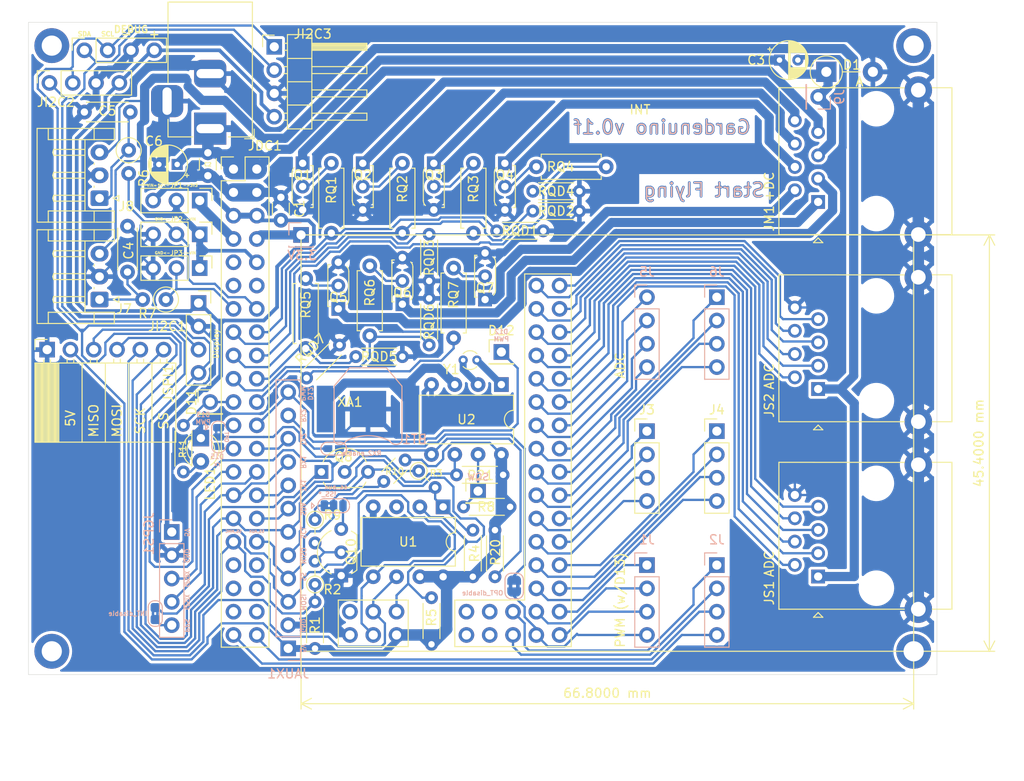
<source format=kicad_pcb>
(kicad_pcb (version 20211014) (generator pcbnew)
  (layers (0 "F.Cu" signal) (31 "B.Cu" signal) (34 "B.Paste" user) (35 "F.Paste" user) (36 "B.SilkS" user "B.Silkscreen") (37 "F.SilkS" user "F.Silkscreen") (38 "B.Mask" user) (39 "F.Mask" user) (44 "Edge.Cuts" user))
  (net 0 "")
  (net 3 "Net-(XA1-Pad3V2)")
  (net 13 "Net-(J4-Pad4)")
  (net 14 "Net-(J3-Pad2)")
  (net 15 "Net-(J2-Pad2)")
  (net 16 "Net-(J4-Pad1)")
  (net 17 "Net-(J1-Pad2)")
  (net 18 "Net-(J1-Pad1)")
  (net 19 "Net-(J3-Pad4)")
  (net 20 "Net-(J3-Pad3)")
  (net 21 "Net-(J2-Pad1)")
  (net 22 "Net-(J3-Pad1)")
  (net 23 "GND")
  (net 24 "Net-(Q1-Pad2)")
  (net 25 "Net-(Q2-Pad2)")
  (net 26 "Net-(Q3-Pad2)")
  (net 27 "Net-(Q4-Pad2)")
  (net 28 "/VIN")
  (net 29 "Net-(U2-Pad2)")
  (net 30 "Net-(U2-Pad1)")
  (net 31 "/5V2")
  (net 32 "Net-(BT1-Pad1)")
  (net 33 "Net-(Q6-Pad2)")
  (net 34 "Net-(Q7-Pad2)")
  (net 35 "Net-(JP1-Pad1)")
  (net 36 "/5V3")
  (net 37 "/GND3")
  (net 38 "/SDA")
  (net 39 "/SCL")
  (net 40 "Net-(JM1-Pad3)")
  (net 41 "Net-(JM1-Pad4)")
  (net 42 "Net-(JM1-Pad7)")
  (net 43 "Net-(JM1-Pad2)")
  (net 44 "Net-(JM1-Pad8)")
  (net 45 "Net-(JM1-Pad6)")
  (net 46 "Net-(JS1-Pad3)")
  (net 47 "Net-(JS1-Pad5)")
  (net 48 "Net-(JS1-Pad4)")
  (net 49 "Net-(JS1-Pad7)")
  (net 50 "Net-(JS1-Pad2)")
  (net 51 "Net-(JS1-Pad6)")
  (net 52 "Net-(JS2-Pad3)")
  (net 53 "Net-(JS2-Pad5)")
  (net 54 "Net-(JS2-Pad4)")
  (net 55 "Net-(JS2-Pad7)")
  (net 56 "Net-(JS2-Pad2)")
  (net 57 "Net-(JS2-Pad6)")
  (net 58 "Net-(Q5-Pad2)")
  (net 59 "Net-(RQ1-Pad1)")
  (net 60 "Net-(RQ2-Pad1)")
  (net 61 "Net-(RQ3-Pad1)")
  (net 62 "Net-(RQ4-Pad1)")
  (net 63 "Net-(RQ5-Pad1)")
  (net 64 "Net-(RQ6-Pad1)")
  (net 65 "Net-(RQ7-Pad1)")
  (net 66 "Net-(J6-Pad4)")
  (net 67 "Net-(J6-Pad3)")
  (net 68 "Net-(J6-Pad2)")
  (net 69 "/VIN1")
  (net 70 "Net-(JM1-Pad1)")
  (net 71 "/INT0")
  (net 72 "/INT1")
  (net 73 "/D30")
  (net 75 "/D31")
  (net 76 "/D51")
  (net 77 "/D12")
  (net 78 "Net-(C4-Pad1)")
  (net 79 "Net-(C5-Pad2)")
  (net 80 "/PIN47")
  (net 81 "Net-(J1-Pad3)")
  (net 82 "/MISDO")
  (net 83 "Net-(Q8-Pad2)")
  (net 84 "Net-(Q10-Pad2)")
  (net 85 "/D50")
  (net 86 "/SS_MMC")
  (net 87 "/GPSRX")
  (net 88 "/SQW")
  (net 89 "/SS_AUX")
  (net 90 "/GPSTX")
  (net 91 "/D13")
  (net 92 "/TX")
  (net 93 "/OPT")
  (net 94 "/OPT_EXT")
  (net 95 "/D11")
  (net 96 "Net-(LED1-Pad2)")
  (net 97 "/SS_RAM")
  (net 98 "/SS_INV")
  (net 99 "/PPS")
  (net 100 "/D52")
  (net 104 "Net-(J4-Pad2)")
  (net 105 "Net-(J4-Pad3)")
  (net 106 "Net-(J5-Pad1)")
  (net 107 "Net-(J5-Pad2)")
  (net 108 "Net-(J5-Pad3)")
  (net 109 "Net-(J5-Pad4)")
  (net 110 "Net-(J6-Pad1)")
  (net 111 "/AUX_INT")
  (net 112 "/D19")
  (net 113 "/RX")
  (footprint "Connector_PinHeader_2.54mm:PinHeader_1x04_P2.54mm_Vertical" (layer "F.Cu") (at 174.625 79.375)
    (fp_text reference "J4")
    (fp_text value "Conn_01x04_Male" hide)
  )
  (footprint "Connector_PinHeader_2.54mm:PinHeader_1x04_P2.54mm_Vertical" (layer "F.Cu") (at 167.005 79.375)
    (fp_text reference "J3")
    (fp_text value "Conn_01x04_Male" hide)
  )
  (footprint "Resistor_THT:R_Axial_DIN0204_L3.6mm_D1.6mm_P5.08mm_Horizontal" (layer "F.Cu") (at 148.0185 90.17 -90)
    (fp_text reference "R4")
    (fp_text value "4k7")
  )
  (footprint "Resistor_THT:R_Axial_DIN0204_L3.6mm_D1.6mm_P5.08mm_Horizontal" (layer "F.Cu") (at 151.3205 84.1375 180)
    (fp_text reference "R21")
    (fp_text value "4k7")
  )
  (footprint "Resistor_THT:R_Axial_DIN0204_L3.6mm_D1.6mm_P5.08mm_Horizontal" (layer "F.Cu") (at 150.4315 95.25 90)
    (fp_text reference "R20")
    (fp_text value "4k7")
  )
  (footprint "Package_DIP:DIP-8_W7.62mm" (layer "F.Cu") (at 144.78 87.63 -90)
    (fp_text reference "U1")
    (fp_text value "23LC512")
  )
  (footprint "Package_DIP:DIP-8_W7.62mm" (layer "F.Cu") (at 151.13 74.295 -90)
    (fp_text reference "U2")
    (fp_text value "DS1307+")
  )
  (footprint "Connector_RJ:RJ45_Ninigi_GE1" (layer "F.Cu") (at 185.672 54.379 90)
    (fp_text reference "JM1")
    (fp_text value "RJ45_Shielded")
  )
  (footprint "Resistor_THT:R_Axial_DIN0207_L6.3mm_D2.5mm_P7.62mm_Horizontal" (layer "F.Cu") (at 140.335 57.785 90)
    (fp_text reference "RQ2")
    (fp_text value "1k")
  )
  (footprint "Resistor_THT:R_Axial_DIN0207_L6.3mm_D2.5mm_P7.62mm_Horizontal" (layer "F.Cu") (at 136.779 68.961 90)
    (fp_text reference "RQ6")
    (fp_text value "1k")
  )
  (footprint "Package_TO_SOT_THT:TO-92L_Inline_Wide_Flat" (layer "F.Cu") (at 151.511 50.165 -90)
    (fp_text reference "Q4")
    (fp_text value "Q_NMOS_DGS")
  )
  (footprint "Package_TO_SOT_THT:TO-92L_Inline_Wide_Flat" (layer "F.Cu") (at 143.764 50.165 -90)
    (fp_text reference "Q3")
    (fp_text value "Q_NMOS_DGS")
  )
  (footprint "Resistor_THT:R_Axial_DIN0207_L6.3mm_D2.5mm_P7.62mm_Horizontal" (layer "F.Cu") (at 148.082 57.785 90)
    (fp_text reference "RQ3")
    (fp_text value "1k")
  )
  (footprint "Package_TO_SOT_THT:TO-92L_Inline_Wide_Flat" (layer "F.Cu") (at 149.352 65.024 90)
    (fp_text reference "Q7")
    (fp_text value "Q_NMOS_DGS")
  )
  (footprint "Crystal:Crystal_DS10_D1.0mm_L4.3mm_Vertical" (layer "F.Cu") (at 148.463 71.628 180)
    (fp_text reference "Y1")
    (fp_text value "Crystal_Small")
  )
  (footprint "Package_TO_SOT_THT:TO-92L_Inline_Wide_Flat" (layer "F.Cu") (at 133.35 66.04 90)
    (fp_text reference "Q5")
    (fp_text value "Q_NMOS_DGS")
  )
  (footprint "Connector_PinHeader_2.54mm:PinHeader_1x03_P2.54mm_Vertical" (layer "F.Cu") (at 118.237 54.229 -90)
    (fp_text reference "JP1")
    (fp_text value "Jumper_NC_Dual" hide)
  )
  (footprint "Resistor_THT:R_Axial_DIN0207_L6.3mm_D2.5mm_P7.62mm_Horizontal" (layer "F.Cu") (at 129.794 70.358 90)
    (fp_text reference "RQ5")
    (fp_text value "1k")
  )
  (footprint "Connector_BarrelJack:BarrelJack_Horizontal" (layer "F.Cu") (at 119.38 46.386 -90)
    (fp_text reference "JDC1")
    (fp_text value "Jack-DC")
  )
  (footprint "Package_TO_SOT_THT:TO-92L_Inline_Wide_Flat" (layer "F.Cu") (at 140.335 65.532 90)
    (fp_text reference "Q6")
    (fp_text value "Q_NMOS_DGS")
  )
  (footprint "Resistor_THT:R_Axial_DIN0207_L6.3mm_D2.5mm_P7.62mm_Horizontal" (layer "F.Cu") (at 132.588 57.785 90)
    (fp_text reference "RQ1")
    (fp_text value "1k")
  )
  (footprint "Connector_PinHeader_2.54mm:PinHeader_1x04_P2.54mm_Horizontal" (layer "F.Cu") (at 126.365 37.465)
    (fp_text reference "JI2C3")
    (fp_text value "Key")
  )
  (footprint "Connector_RJ:RJ45_Ninigi_GE1" (layer "F.Cu") (at 185.672 95.227 90)
    (fp_text reference "JS1")
    (fp_text value "RJ45_Shielded")
  )
  (footprint "Connector_RJ:RJ45_Ninigi_GE1" (layer "F.Cu") (at 185.672 74.78 90)
    (fp_text reference "JS2")
    (fp_text value "RJ45_Shielded")
  )
  (footprint "Connector_JST:JST_EH_S3B-EH_1x03_P2.50mm_Horizontal" (layer "F.Cu") (at 107.315 53.975 90)
    (fp_text reference "J8")
    (fp_text value "Conn_01x03_Male" hide)
  )
  (footprint "Connector_JST:JST_EH_S3B-EH_1x03_P2.50mm_Horizontal" (layer "F.Cu") (at 107.315 65.024 90)
    (fp_text reference "J7")
    (fp_text value "Conn_01x03_Male" hide)
  )
  (footprint "MountingHole:MountingHole_2.2mm_M2_ISO14580_Pad_TopBottom" (layer "F.Cu") (at 196.088 103.378)
    (fp_text reference "H2" hide)
    (fp_text value "MountingHole" hide)
  )
  (footprint "MountingHole:MountingHole_2.2mm_M2_ISO14580_Pad_TopBottom" (layer "F.Cu") (at 102.108 37.338)
    (fp_text reference "H3" hide)
    (fp_text value "MountingHole" hide)
  )
  (footprint "MountingHole:MountingHole_2.2mm_M2_ISO14580_Pad_TopBottom" (layer "F.Cu") (at 196.088 37.338)
    (fp_text reference "H4" hide)
    (fp_text value "MountingHole" hide)
  )
  (footprint "MountingHole:MountingHole_2.2mm_M2_ISO14580_Pad_TopBottom" (layer "F.Cu") (at 102.108 103.378)
    (fp_text reference "H1" hide)
    (fp_text value "MountingHole" hide)
  )
  (footprint "Connector_PinHeader_2.54mm:PinHeader_1x03_P2.54mm_Vertical" (layer "F.Cu") (at 118.237 57.912 -90)
    (fp_text reference "JP2")
    (fp_text value "Jumper_NC_Dual" hide)
  )
  (footprint "Resistor_THT:R_Axial_DIN0207_L6.3mm_D2.5mm_P2.54mm_Vertical" (layer "F.Cu") (at 114.554 65.024 180)
    (fp_text reference "R7")
    (fp_text value "150R")
  )
  (footprint "Resistor_THT:R_Axial_DIN0207_L6.3mm_D2.5mm_P2.54mm_Vertical" (layer "F.Cu") (at 110.49 48.739 -90)
    (fp_text reference "R6")
    (fp_text value "150R")
  )
  (footprint "Connector_PinHeader_2.54mm:PinHeader_1x03_P2.54mm_Vertical" (layer "F.Cu") (at 118.237 61.595 -90)
    (fp_text reference "JP3")
    (fp_text value "Jumper_NC_Dual" hide)
  )
  (footprint "Connector_PinSocket_2.54mm:PinSocket_1x04_P2.54mm_Vertical" (layer "F.Cu") (at 101.854 41.402 90)
    (fp_text reference "JI2C2")
    (fp_text value "THP")
  )
  (footprint "Capacitor_THT:CP_Radial_D4.0mm_P2.00mm" (layer "F.Cu") (at 181.4576 38.9128)
    (fp_text reference "C3")
    (fp_text value "C_Small")
  )
  (footprint "Connector_PinSocket_2.54mm:PinSocket_1x04_P2.54mm_Vertical" (layer "F.Cu") (at 118.11 65.405)
    (fp_text reference "JI2C1")
    (fp_text value "Display")
  )
  (footprint "Connector_PinHeader_2.54mm:PinHeader_1x01_P2.54mm_Vertical" (layer "F.Cu") (at 151.13 70.739)
    (fp_text reference "D12")
    (fp_text value "Conn_01x01_Male" hide)
  )
  (footprint "Capacitor_THT:C_Disc_D4.3mm_W1.9mm_P5.00mm" (layer "F.Cu") (at 105.664 44.577)
    (fp_text reference "C5")
    (fp_text value "C_Small" hide)
  )
  (footprint "Capacitor_THT:C_Disc_D4.3mm_W1.9mm_P5.00mm" (layer "F.Cu") (at 110.363 62.023 90)
    (fp_text reference "C4")
    (fp_text value "C_Small" hide)
  )
  (footprint "Capacitor_THT:CP_Radial_D4.0mm_P2.00mm" (layer "F.Cu") (at 115.7806 50.292 180)
    (fp_text reference "C6")
    (fp_text value "C_Small" hide)
  )
  (footprint "Capacitor_THT:C_Disc_D3.0mm_W1.6mm_P2.50mm" (layer "F.Cu") (at 119.126 51.522 90)
    (fp_text reference "C2")
    (fp_text value "C_Small" hide)
  )
  (footprint "Connector_PinSocket_2.54mm:PinSocket_1x06_P2.54mm_Horizontal_SDREADER_KEEPOUT" (layer "F.Cu") (at 101.6 70.485 90)
    (fp_text reference "JSPI1")
    (fp_text value "Conn_01x06_Female" hide)
  )
  (footprint "Resistor_THT:R_Axial_DIN0204_L3.6mm_D1.6mm_P2.54mm_Vertical" (layer "F.Cu") (at 130.81 96.089 90)
    (fp_text reference "R2")
    (fp_text value "4k7")
  )
  (footprint "Resistor_THT:R_Axial_DIN0204_L3.6mm_D1.6mm_P5.08mm_Horizontal" (layer "F.Cu") (at 154.559 55.372)
    (fp_text reference "RQD2")
    (fp_text value "10k")
  )
  (footprint "Resistor_THT:R_Axial_DIN0204_L3.6mm_D1.6mm_P5.08mm_Horizontal" (layer "F.Cu") (at 143.256 57.912 -90)
    (fp_text reference "RQD3")
    (fp_text value "10k")
  )
  (footprint "Resistor_THT:R_Axial_DIN0204_L3.6mm_D1.6mm_P5.08mm_Horizontal" (layer "F.Cu") (at 150.622 57.531)
    (fp_text reference "RQD1")
    (fp_text value "10k")
  )
  (footprint "Package_TO_SOT_THT:TO-92L_Inline_Wide_Flat" (layer "F.Cu") (at 136.017 50.165 -90)
    (fp_text reference "Q2")
    (fp_text value "Q_NMOS_DGS")
  )
  (footprint "Package_TO_SOT_THT:TO-92L_Inline_Wide_Flat" (layer "F.Cu") (at 129.4605 50.165 -90)
    (fp_text reference "Q1")
    (fp_text value "Q_NMOS_DGS")
  )
  (footprint "Resistor_THT:R_Axial_DIN0207_L6.3mm_D2.5mm_P7.62mm_Horizontal" (layer "F.Cu") (at 162.56 50.546 180)
    (fp_text reference "RQ4")
    (fp_text value "1k")
  )
  (footprint "Resistor_THT:R_Axial_DIN0207_L6.3mm_D2.5mm_P7.62mm_Horizontal" (layer "F.Cu") (at 145.923 69.215 90)
    (fp_text reference "RQ7")
    (fp_text value "1K")
  )
  (footprint "Resistor_THT:R_Axial_DIN0204_L3.6mm_D1.6mm_P5.08mm_Horizontal" (layer "F.Cu") (at 154.559 53.213)
    (fp_text reference "RQD4")
    (fp_text value "10k")
  )
  (footprint "Resistor_THT:R_Axial_DIN0204_L3.6mm_D1.6mm_P5.08mm_Horizontal" (layer "F.Cu") (at 135.255 71.247)
    (fp_text reference "RQD5")
    (fp_text value "10k")
  )
  (footprint "Resistor_THT:R_Axial_DIN0204_L3.6mm_D1.6mm_P5.08mm_Horizontal" (layer "F.Cu") (at 143.256 69.977 90)
    (fp_text reference "RQD6")
    (fp_text value "10k")
  )
  (footprint "Socket:Arduino_2560_Mega_Embad" (layer "F.Cu") (at 139.7 71.12)
    (fp_text reference "XA1")
    (fp_text value "Arduino_Mega2560_Shield")
  )
  (footprint "Resistor_THT:R_Axial_DIN0204_L3.6mm_D1.6mm_P5.08mm_Horizontal" (layer "F.Cu") (at 143.51 97.536 -90)
    (fp_text reference "R5")
    (fp_text value "10k")
  )
  (footprint "Connector_PinSocket_2.54mm:PinSocket_1x04_P2.54mm_Vertical" (layer "F.Cu") (at 105.664 37.846 90)
    (fp_text reference "JI2C0" hide)
    (fp_text value "DEBUG")
  )
  (footprint "Resistor_THT:R_Axial_DIN0204_L3.6mm_D1.6mm_P2.54mm_Vertical" (layer "F.Cu") (at 142.113 83.71933 -45)
    (fp_text reference "R3")
    (fp_text value "4k7")
  )
  (footprint "Package_TO_SOT_THT:TO-92L_Inline_Wide" (layer "F.Cu") (at 133.6675 95.123 90)
    (fp_text reference "Q10")
    (fp_text value "Q_NMOS_DGS")
  )
  (footprint "Resistor_THT:R_Axial_DIN0204_L3.6mm_D1.6mm_P5.08mm_Horizontal" (layer "F.Cu") (at 147.0025 87.63)
    (fp_text reference "R8")
    (fp_text value "4k7")
  )
  (footprint "Connector_PinHeader_2.54mm:PinHeader_1x01_P2.54mm_Vertical" (layer "F.Cu") (at 148.59 85.9155)
    (fp_text reference "JSQW1" hide)
    (fp_text value "Conn_01x01_Male")
  )
  (footprint "Resistor_THT:R_Axial_DIN0204_L3.6mm_D1.6mm_P5.08mm_Horizontal" (layer "F.Cu") (at 130.81 103.0732 90)
    (fp_text reference "R1")
    (fp_text value "4k7")
  )
  (footprint "Diode_THT:D_DO-41_SOD81_P5.08mm_Vertical_AnodeUp" (layer "F.Cu") (at 186.563 40.1955)
    (fp_text reference "D1")
    (fp_text value "1N47xxA")
  )
  (footprint "Package_TO_SOT_THT:TO-92L_Inline_Wide" (layer "F.Cu") (at 131.5085 83.82)
    (fp_text reference "Q8")
    (fp_text value "2N3904")
  )
  (footprint "Connector_PinHeader_2.54mm:PinHeader_1x01_P2.54mm_Vertical" (layer "F.Cu") (at 119.38 76.2)
    (fp_text reference "D11")
    (fp_text value "Conn_01x01_Male")
  )
  (footprint "Capacitor_THT:C_Disc_D3.0mm_W1.6mm_P2.50mm" (layer "F.Cu") (at 127.088 53.878 -90)
    (fp_text reference "C1")
    (fp_text value "C_Small")
  )
  (footprint "Resistor_THT:R_Axial_DIN0204_L3.6mm_D1.6mm_P3.30mm_Horizontal" (layer "F.Cu") (at 140.6398 82.5246 -135)
    (fp_text reference "R10")
    (fp_text value "4k7")
  )
  (footprint "LED_THT:LED_D3.0mm" (layer "F.Cu") (at 118.364 80.132 -90)
    (fp_text reference "LED1")
    (fp_text value "LED")
  )
  (footprint "Resistor_THT:R_Axial_DIN0204_L3.6mm_D1.6mm_P5.08mm_Horizontal" (layer "F.Cu") (at 129.888 73.578 45)
    (fp_text reference "RQD7")
    (fp_text value "10k")
  )
  (footprint "Resistor_THT:R_Axial_DIN0204_L3.6mm_D1.6mm_P2.54mm_Vertical" (layer "F.Cu") (at 130.81 89.027 -90)
    (fp_text reference "R9")
    (fp_text value "4k7")
  )
  (footprint "Resistor_THT:R_Axial_DIN0204_L3.6mm_D1.6mm_P5.08mm_Horizontal" (layer "F.Cu") (at 116.459 78.74 -90)
    (fp_text reference "R11")
    (fp_text value "R")
  )
  (footprint "Battery:BatteryHolder_Keystone_2998_1x6.8mm" (layer "B.Cu") (at 136.588 76.962)
    (fp_text reference "BT1")
    (fp_text value "Battery_Cell")
  )
  (footprint "Connector_PinSocket_2.54mm:PinSocket_1x04_P2.54mm_Vertical" (layer "B.Cu") (at 174.625 64.77 180)
    (fp_text reference "J6")
    (fp_text value "Conn_01x04_Male")
  )
  (footprint "Connector_PinSocket_2.54mm:PinSocket_1x04_P2.54mm_Vertical" (layer "B.Cu") (at 167.005 64.77 180)
    (fp_text reference "J5")
    (fp_text value "Conn_01x04_Female")
  )
  (footprint "Connector_PinSocket_2.54mm:PinSocket_1x04_P2.54mm_Vertical" (layer "B.Cu") (at 174.625 93.98 180)
    (fp_text reference "J2")
    (fp_text value "Conn_01x04_Female")
  )
  (footprint "Connector_PinSocket_2.54mm:PinSocket_1x04_P2.54mm_Vertical" (layer "B.Cu") (at 167.005 93.98 180)
    (fp_text reference "J1")
    (fp_text value "Conn_01x04_Male")
  )
  (footprint "Jumper:SolderJumper-2_P1.3mm_Bridged2Bar_RoundedPad1.0x1.5mm" (layer "B.Cu") (at 152.527 96.266 90)
    (fp_text reference "P2" hide)
    (fp_text value "SolderJumper_2_Bridged" hide)
  )
  (footprint "Jumper:SolderJumper-2_P1.3mm_Open_RoundedPad1.0x1.5mm" (layer "B.Cu") (at 132.842 81.28)
    (fp_text reference "P1" hide)
    (fp_text value "SolderJumper_2_Open" hide)
  )
  (footprint "Connector_PinSocket_2.54mm:PinSocket_1x12_P2.54mm_Vertical" (layer "B.Cu") (at 127.889 103.0605)
    (fp_text reference "JAUX1")
    (fp_text value "GPS")
  )
  (footprint "Connector_PinSocket_2.54mm:PinSocket_1x05_P2.54mm_Vertical" (layer "B.Cu") (at 115.1885 90.3685 180)
    (fp_text reference "JGPS1")
    (fp_text value "GPS")
  )
  (footprint "Library:SolderJumper-3_P1.3mm_Bridged2Bar12_RoundedPad1.0x1.5mm_narrow" (layer "B.Cu") (at 120.298 80.01 -90)
    (fp_text reference "JP6" hide)
    (fp_text value "SolderJumper_3_Bridged12" hide)
  )
  (footprint "Connector_PinSocket_2.54mm:PinSocket_1x01_P2.54mm_Vertical" (layer "B.Cu") (at 129.288 57.978 180)
    (fp_text reference "J10" hide)
    (fp_text value "Conn_01x01_Male")
  )
  (footprint "Library:SolderJumper-3_P1.3mm_Bridged2Bar12_RoundedPad1.0x1.5mm_narrow" (layer "B.Cu") (at 132.842 87.503)
    (fp_text reference "JP4" hide)
    (fp_text value "SolderJumper_3_Bridged12" hide)
  )
  (footprint "Connector_PinHeader_2.54mm:PinHeader_1x01_P2.54mm_Vertical" (layer "B.Cu") (at 185.674 42.926 90)
    (fp_text reference "J9")
    (fp_text value "Conn_01x01_Male")
  )
  (footprint "Library:SolderJumper-2_P1.3mm_Bridged2Bar_RoundedPad1.0x1.5mm_narrow" (layer "B.Cu") (at 113.3856 99.2632 -90)
    (fp_text reference "P3" hide)
    (fp_text value "SolderJumper_2_Bridged" hide)
  )
  (gr_line (start 198.628 34.798) (end 198.628 105.918) (layer "Edge.Cuts") (width 0.05))
  (gr_line (start 198.628 105.918) (end 99.568 105.918) (layer "Edge.Cuts") (width 0.05))
  (gr_line (start 99.568 34.798) (end 198.628 34.798) (layer "Edge.Cuts") (width 0.05))
  (gr_line (start 99.568 105.918) (end 99.568 34.798) (layer "Edge.Cuts") (width 0.05))
  (gr_text "Gardenuino v0.1f" (at 168.656 46.228) (layer "B.Cu") (effects (font (size 1.5 1.5) (thickness 0.3)) (justify mirror)))
  (gr_text "Start Flying" (at 173.228 53.086) (layer "B.Cu") (effects (font (size 1.5 1.5) (thickness 0.3)) (justify mirror)))
  (gr_text "ss_aux\n     !SS_*" (at 133.096 85.852) (layer "B.SilkS") (effects (font (size 0.5 0.5) (thickness 0.1)) (justify mirror)))
  (gr_text "Gardenuino v0.1f" (at 168.656 46.228) (layer "B.SilkS") (effects (font (size 1.5 1.5)) (justify mirror)))
  (gr_text "GPSTX" (at 116.84 98.021688 270) (layer "B.SilkS") (effects (font (size 0.5 0.35) (thickness 0.0875)) (justify mirror)))
  (gr_text "D15\nrx" (at 120.142 82.55) (layer "B.SilkS") (effects (font (size 0.5 0.5) (thickness 0.1)) (justify mirror)))
  (gr_text "D12\nPWM" (at 129.888 75.278 270) (layer "B.SilkS") (effects (font (size 0.5 0.5) (thickness 0.1)) (justify mirror)))
  (gr_text "5V" (at 116.84 90.424 270) (layer "B.SilkS") (effects (font (size 0.5 0.5) (thickness 0.1)) (justify mirror)))
  (gr_text "SS_AUX" (at 124.46 90.297) (layer "B.SilkS") (effects (font (size 0.3 0.3) (thickness 0.075)) (justify mirror)))
  (gr_text "D13\nPWM" (at 118.618 77.978) (layer "B.SilkS") (effects (font (size 0.5 0.5) (thickness 0.1)) (justify mirror)))
  (gr_text "INT_disable" (at 110.3884 99.2632) (layer "B.SilkS") (effects (font (size 0.5 0.5) (thickness 0.1)) (justify mirror)))
  (gr_text "TX1" (at 129.538 85.278 270) (layer "B.SilkS") (effects (font (size 0.5 0.5) (thickness 0.1)) (justify mirror)))
  (gr_text "Start Flying" (at 173.228 53.086) (layer "B.SilkS") (effects (font (size 1.5 1.5)) (justify mirror)))
  (gr_text "OPT" (at 121.158 80.016512 270) (layer "B.SilkS") (effects (font (size 0.4 0.4) (thickness 0.1)) (justify mirror)))
  (gr_text "SQW" (at 148.59 84.3788) (layer "B.SilkS") (effects (font (size 0.75 0.75) (thickness 0.12)) (justify mirror)))
  (gr_text "MISO" (at 129.54 92.964 270) (layer "B.SilkS") (effects (font (size 0.5 0.5) (thickness 0.1)) (justify mirror)))
  (gr_text "PPS" (at 116.84 100.584 270) (layer "B.SilkS") (effects (font (size 0.5 0.5) (thickness 0.1)) (justify mirror)))
  (gr_text "RX1" (at 129.538 82.728 270) (layer "B.SilkS") (effects (font (size 0.5 0.5) (thickness 0.1)) (justify mirror)))
  (gr_text "5V" (at 129.54 103.0605 270) (layer "B.SilkS") (effects (font (size 0.5 0.5) (thickness 0.1)) (justify mirror)))
  (gr_text "GND" (at 129.54 100.584 270) (layer "B.SilkS") (effects (font (size 0.5 0.5) (thickness 0.1)) (justify mirror)))
  (gr_text "3.3V" (at 129.413 60.198) (layer "B.SilkS") (effects (font (size 1 1)) (justify mirror)))
  (gr_text "RX2" (at 129.538 77.678 270) (layer "B.SilkS") (effects (font (size 0.5 0.5) (thickness 0.1)) (justify mirror)))
  (gr_text "D12\nPWM" (at 151.13 68.9356) (layer "B.SilkS") (effects (font (size 0.5 0.5) (thickness 0.1)) (justify mirror)))
  (gr_text "SS_MMC\n" (at 121.92 90.297) (layer "B.SilkS") (effects (font (size 0.3 0.3) (thickness 0.075)) (justify mirror)))
  (gr_text "MOSI" (at 129.54 98.044 270) (layer "B.SilkS") (effects (font (size 0.5 0.5) (thickness 0.1)) (justify mirror)))
  (gr_text "RX2_enable" (at 135.89 81.788) (layer "B.SilkS") (effects (font (size 0.5 0.5) (thickness 0.1)) (justify mirror)))
  (gr_text "SDA" (at 129.54 87.884 270) (layer "B.SilkS") (effects (font (size 0.5 0.5) (thickness 0.1)) (justify mirror)))
  (gr_text "TX2" (at 129.54 80.264 270) (layer "B.SilkS") (effects (font (size 0.5 0.5) (thickness 0.1)) (justify mirror)))
  (gr_text "GND" (at 116.84 92.964 270) (layer "B.SilkS") (effects (font (size 0.5 0.5) (thickness 0.1)) (justify mirror)))
  (gr_text "GPSRX" (at 116.84 95.504 270) (layer "B.SilkS") (effects (font (size 0.5 0.35) (thickness 0.0875)) (justify mirror)))
  (gr_text "SS" (at 129.54 95.25 270) (layer "B.SilkS") (effects (font (size 0.5 0.5) (thickness 0.1)) (justify mirror)))
  (gr_text "SCL" (at 129.54 90.424 270) (layer "B.SilkS") (effects (font (size 0.5 0.5) (thickness 0.1)) (justify mirror)))
  (gr_text "OPT_disable" (at 151.384 97.028) (layer "B.SilkS") (effects (font (size 0.5 0.5) (thickness 0.1)) (justify left mirror)))
  (gr_text "5V<-" (at 114.3 52.578) (layer "F.SilkS") (effects (font (size 0.3 0.3) (thickness 0.075))))
  (gr_text "SS" (at 114.3 78.232 90) (layer "F.SilkS") (effects (font (size 1 1))))
  (gr_text "MOSI" (at 109.22 78.232 90) (layer "F.SilkS") (effects (font (size 1 1))))
  (gr_text "MISO" (at 106.68 78.232 90) (layer "F.SilkS") (effects (font (size 1 1))))
  (gr_text "VIN=" (at 113.03 52.578) (layer "F.SilkS") (effects (font (size 0.3 0.3) (thickness 0.075))))
  (gr_text "ADC" (at 164.084 72.203 90) (layer "F.SilkS") (effects (font (size 1 1))))
  (gr_text "PWM (w/D13)" (at 164.084 97.79 90) (layer "F.SilkS") (effects (font (size 1 1))))
  (gr_text "SDA" (at 105.664 36.068) (layer "F.SilkS") (effects (font (size 0.5 0.5) (thickness 0.125))))
  (gr_text "SCK" (at 111.76 78.232 90) (layer "F.SilkS") (effects (font (size 1 1))))
  (gr_text "+DC" (at 180.34 52.705 90) (layer "F.SilkS") (effects (font (size 1 1))))
  (gr_text "->3V3" (at 117.221 52.578) (layer "F.SilkS") (effects (font (size 0.3 0.3) (thickness 0.075))))
  (gr_text "GND<-" (at 114.173 59.944) (layer "F.SilkS") (effects (font (size 0.3 0.3) (thickness 0.075))))
  (gr_text "->VIN" (at 117.094 59.944) (layer "F.SilkS") (effects (font (size 0.3 0.3) (thickness 0.075))))
  (gr_text "-" (at 110.236 36.068) (layer "F.SilkS") (effects (font (size 1 1))))
  (gr_text "+" (at 113.284 36.068) (layer "F.SilkS") (effects (font (size 1 1))))
  (gr_text "ADC" (at 180.34 73.406 90) (layer "F.SilkS") (effects (font (size 1 1))))
  (gr_text "->VIN" (at 117.094 56.261) (layer "F.SilkS") (effects (font (size 0.3 0.3) (thickness 0.075))))
  (gr_text "ADC" (at 180.34 93.853 90) (layer "F.SilkS") (effects (font (size 1 1))))
  (gr_text "GND<-" (at 114.173 56.261) (layer "F.SilkS") (effects (font (size 0.3 0.3) (thickness 0.075))))
  (gr_text "5V" (at 104.14 77.978 90) (layer "F.SilkS") (effects (font (size 1 1))))
  (gr_text "SCL" (at 108.204 36.068) (layer "F.SilkS") (effects (font (size 0.5 0.5) (thickness 0.125))))
  (dimension (type orthogonal) (layer "F.SilkS") (pts (xy 129.288 57.978) (xy 196.088 57.978)) (height 51.115) (orientation 0) (gr_text "66.8000 mm" (at 162.688 107.943) (layer "F.SilkS") (effects (font (size 1 1) (thickness 0.15)))) (format (units 3) (units_format 1) (precision 4)) (style (thickness 0.12) (arrow_length 1.27) (text_position_mode 0) (extension_height 0.58642) (extension_offset 0.5) keep_text_aligned))
  (dimension (type orthogonal) (layer "F.SilkS") (pts (xy 129.288 57.978) (xy 129.288 103.378)) (height 75.055) (orientation 1) (gr_text "45.4000 mm" (at 203.193 80.678 90) (layer "F.SilkS") (effects (font (size 1 1) (thickness 0.15)))) (format (units 3) (units_format 1) (precision 4)) (style (thickness 0.12) (arrow_length 1.27) (text_position_mode 0) (extension_height 0.58642) (extension_offset 0.5) keep_text_aligned))
  (segment (start 124.902 57.978) (end 129.288 57.978) (width 1) (layer "B.Cu") (net 3))
  (segment (start 124.46 58.42) (end 124.902 57.978) (width 1) (layer "B.Cu") (net 3))
  (segment locked (start 160.02 97.79) (end 156.21 97.79) (width 0.25) (layer "B.Cu") (net 13))
  (segment locked (start 170.942 86.868) (end 160.02 97.79) (width 0.25) (layer "B.Cu") (net 13))
  (segment locked (start 156.21 97.79) (end 154.94 96.52) (width 0.25) (layer "B.Cu") (net 13))
  (segment locked (start 174.633412 86.868) (end 170.942 86.868) (width 0.25) (layer "B.Cu") (net 13))
  (segment locked (start 156.21 90.17) (end 154.94 88.9) (width 0.25) (layer "B.Cu") (net 14))
  (segment locked (start 158.75 90.17) (end 156.21 90.17) (width 0.25) (layer "B.Cu") (net 14))
  (segment locked (start 167.005 81.915) (end 158.75 90.17) (width 0.25) (layer "B.Cu") (net 14))
  (segment locked (start 153.277977 103.747977) (end 152.4 102.87) (width 0.25) (layer "B.Cu") (net 15))
  (segment locked (start 152.4 102.87) (end 152.4 101.6) (width 0.25) (layer "B.Cu") (net 15))
  (segment locked (start 167.357023 103.747977) (end 153.277977 103.747977) (width 0.25) (layer "B.Cu") (net 15))
  (segment (start 174.585 96.52) (end 167.357023 103.747977) (width 0.25) (layer "B.Cu") (net 15))
  (segment (start 174.625 96.52) (end 174.585 96.52) (width 0.25) (layer "B.Cu") (net 15))
  (segment locked (start 161.917947 93.98) (end 172.085 83.812947) (width 0.25) (layer "B.Cu") (net 16))
  (segment locked (start 172.085 81.915) (end 172.085 83.812947) (width 0.25) (layer "B.Cu") (net 16))
  (segment locked (start 174.625 79.375) (end 172.085 81.915) (width 0.25) (layer "B.Cu") (net 16))
  (segment locked (start 157.48 93.98) (end 161.917947 93.98) (width 0.25) (layer "B.Cu") (net 16))
  (segment locked (start 154.94 99.06) (end 156.21 100.33) (width 0.25) (layer "B.Cu") (net 17))
  (segment (start 162.561436 96.52) (end 167.005 96.52) (width 0.25) (layer "B.Cu") (net 17))
  (segment locked (start 156.21 100.33) (end 158.751435 100.33) (width 0.25) (layer "B.Cu") (net 17))
  (segment (start 158.751435 100.33) (end 162.561436 96.52) (width 0.25) (layer "B.Cu") (net 17))
  (segment locked (start 157.48 99.06) (end 159.385718 99.06) (width 0.25) (layer "B.Cu") (net 18))
  (segment locked (start 159.385718 99.06) (end 164.465718 93.98) (width 0.25) (layer "B.Cu") (net 18))
  (segment locked (start 164.465718 93.98) (end 167.005 93.98) (width 0.25) (layer "B.Cu") (net 18))
  (segment (start 165.1 86.995) (end 167.005 86.995) (width 0.25) (layer "B.Cu") (net 19))
  (segment (start 164.465 86.995) (end 165.1 86.995) (width 0.25) (layer "B.Cu") (net 19))
  (segment locked (start 156.21 92.71) (end 158.75 92.71) (width 0.25) (layer "B.Cu") (net 19))
  (segment (start 158.75 92.71) (end 164.465 86.995) (width 0.25) (layer "B.Cu") (net 19))
  (segment locked (start 154.94 91.44) (end 156.21 92.71) (width 0.25) (layer "B.Cu") (net 19))
  (segment (start 158.75 91.44) (end 157.48 91.44) (width 0.25) (layer "B.Cu") (net 20))
  (segment (start 165.735 84.455) (end 158.75 91.44) (width 0.25) (layer "B.Cu") (net 20))
  (segment (start 167.005 84.455) (end 165.735 84.455) (width 0.25) (layer "B.Cu") (net 20))
  (segment (start 174.625 93.98) (end 172.085 96.52) (width 0.25) (layer "B.Cu") (net 21))
  (segment locked (start 167.085033 103.297967) (end 172.085 98.298) (width 0.25) (layer "B.Cu") (net 21))
  (segment (start 172.085 96.52) (end 172.085 98.298) (width 0.25) (layer "B.Cu") (net 21))
  (segment (start 153.67 100.33) (end 153.67 102.8192) (width 0.25) (layer "B.Cu") (net 21))
  (segment (start 153.67 102.8192) (end 154.148767 103.297967) (width 0.25) (layer "B.Cu") (net 21))
  (segment (start 154.148767 103.297967) (end 167.085033 103.297967) (width 0.25) (layer "B.Cu") (net 21))
  (segment locked (start 153.67 100.33) (end 152.4 99.06) (width 0.25) (layer "B.Cu") (net 21))
  (segment locked (start 158.75 88.9) (end 165.354 82.296) (width 0.25) (layer "B.Cu") (net 22))
  (segment locked (start 165.354 81.026) (end 167.005 79.375) (width 0.25) (layer "B.Cu") (net 22))
  (segment locked (start 157.48 88.9) (end 158.75 88.9) (width 0.25) (layer "B.Cu") (net 22))
  (segment locked (start 165.354 82.296) (end 165.354 81.026) (width 0.25) (layer "B.Cu") (net 22))
  (segment locked (start 118.491 39.497) (end 119.38 40.386) (width 1) (layer "B.Cu") (net 23))
  (segment locked (start 141.859 59.817) (end 149.225 59.817) (width 1) (layer "B.Cu") (net 23))
  (segment locked (start 186.28526 93.98) (end 184.833998 93.98) (width 0.25) (layer "B.Cu") (net 23))
  (segment locked (start 114.622002 36.449) (end 120.269 36.449) (width 0.75) (layer "B.Cu") (net 23))
  (segment locked (start 105.791 48.535509) (end 105.791 50.927) (width 0.5) (layer "B.Cu") (net 23))
  (segment locked (start 186.436 50.546) (end 188.5315 48.4505) (width 0.5) (layer "B.Cu") (net 23))
  (segment locked (start 101.6 70.485) (end 101.6 94.087477) (width 0.4) (layer "B.Cu") (net 23))
  (segment locked (start 140.335 60.452) (end 141.224 60.452) (width 1) (layer "B.Cu") (net 23))
  (segment locked (start 186.413 86.337) (end 186.944 86.868) (width 0.25) (layer "B.Cu") (net 23))
  (segment (start 134.621499 64.197001) (end 134.621499 62.231499) (width 0.25) (layer "B.Cu") (net 23))
  (segment locked (start 134.914564 59.563) (end 138.684 59.563) (width 1) (layer "B.Cu") (net 23))
  (segment locked (start 180.642998 105.283) (end 187.142998 98.783) (width 0.4) (layer "B.Cu") (net 23))
  (segment (start 140.392989 68.510989) (end 140.4112 68.5292) (width 0.25) (layer "B.Cu") (net 23))
  (segment locked (start 188.5315 48.4505) (end 188.5315 39.217498) (width 0.5) (layer "B.Cu") (net 23))
  (segment locked (start 127.762 45.6946) (end 126.965622 46.490978) (width 0.5) (layer "B.Cu") (net 23))
  (segment locked (start 133.35 60.96) (end 133.517564 60.96) (width 1) (layer "B.Cu") (net 23))
  (segment (start 125.095 77.47) (end 119.634 77.47) (width 0.25) (layer "B.Cu") (net 23))
  (segment locked (start 184.785 73.533) (end 183.132 75.186) (width 0.25) (layer "B.Cu") (net 23))
  (segment locked (start 184.833998 93.98) (end 184.404 94.409998) (width 0.25) (layer "B.Cu") (net 23))
  (segment locked (start 188.3156 52.4256) (end 186.436 50.546) (width 0.25) (layer "B.Cu") (net 23))
  (segment locked (start 117.983 74.295) (end 113.792 78.486) (width 0.25) (layer "B.Cu") (net 23))
  (segment locked (start 104.013 46.228) (end 104.013 65.659) (width 0.5) (layer "B.Cu") (net 23))
  (segment locked (start 109.845905 42.799001) (end 108.712 43.932906) (width 0.5) (layer "B.Cu") (net 23))
  (segment locked (start 186.944 65.9892) (end 186.944 73.00126) (width 0.25) (layer "B.Cu") (net 23))
  (segment locked (start 152.146 53.975) (end 154.305 51.816) (width 0.25) (layer "B.Cu") (net 23))
  (segment locked (start 186.41226 73.533) (end 184.785 73.533) (width 0.25) (layer "B.Cu") (net 23))
  (segment locked (start 133.517564 60.96) (end 134.914564 59.563) (width 1) (layer "B.Cu") (net 23))
  (segment (start 144.6784 68.834) (end 144.6784 70.7771) (width 0.25) (layer "B.Cu") (net 23))
  (segment locked (start 118.237 67.945) (end 119.888 69.596) (width 0.25) (layer "B.Cu") (net 23))
  (segment locked (start 111.125 42.164) (end 110.489999 42.799001) (width 0.5) (layer "B.Cu") (net 23))
  (segment locked (start 165.1 50.546) (end 162.433 53.213) (width 0.25) (layer "B.Cu") (net 23))
  (segment locked (start 142.433997 79.952491) (end 142.688 79.698488) (width 0.5) (layer "B.Cu") (net 23))
  (segment locked (start 182.512899 51.8414) (end 183.7436 51.8414) (width 0.5) (layer "B.Cu") (net 23))
  (segment locked (start 181.217499 50.546) (end 182.512899 51.8414) (width 0.5) (layer "B.Cu") (net 23))
  (segment locked (start 134.112 64.7065) (end 132.461 64.7065) (width 0.25) (layer "B.Cu") (net 23))
  (segment locked (start 132.0165 66.9925) (end 132.842 67.818) (width 0.25) (layer "B.Cu") (net 23))
  (segment locked (start 111.973999 36.420999) (end 114.594001 36.420999) (width 0.75) (layer "B.Cu") (net 23))
  (segment locked (start 183.132 86.337) (end 186.413 86.337) (width 0.25) (layer "B.Cu") (net 23))
  (segment locked (start 127.762 43.942) (end 127.762 45.6946) (width 0.5) (layer "B.Cu") (net 23))
  (segment (start 133.723489 79.826511) (end 130.838 79.826511) (width 0.25) (layer "B.Cu") (net 23))
  (segment locked (start 119.888 73.152) (end 118.745 74.295) (width 0.25) (layer "B.Cu") (net 23))
  (segment locked (start 111.633 60.071) (end 111.633 59.436) (width 0.25) (layer "B.Cu") (net 23))
  (segment (start 117.0106 51.654011) (end 114.418589 51.654011) (width 1.125) (layer "B.Cu") (net 23))
  (segment locked (start 186.944 86.868) (end 186.944 93.32126) (width 0.25) (layer "B.Cu") (net 23))
  (segment (start 128.651 73.787) (end 127.510154 73.787) (width 0.25) (layer "B.Cu") (net 23))
  (segment locked (start 112.141 58.801) (end 113.157 57.785) (width 0.25) (layer "B.Cu") (net 23))
  (segment (start 117.094 67.1195) (end 116.848521 66.874021) (width 0.4) (layer "B.Cu") (net 23))
  (segment locked (start 132.207 36.703) (end 189.611 36.703) (width 0.5) (layer "B.Cu") (net 23))
  (segment (start 113.7806 50.292) (end 114.332 49.7406) (width 1.25) (layer "B.Cu") (net 23))
  (segment locked (start 111.125 41.275) (end 111.125 42.164) (width 0.5) (layer "B.Cu") (net 23))
  (segment locked (start 113.792 91.567) (end 115.1335 92.9085) (width 0.5) (layer "B.Cu") (net 23))
  (segment locked (start 106.934 41.275) (end 106.934 41.402) (width 0.75) (layer "B.Cu") (net 23))
  (segment locked (start 141.224 60.452) (end 141.859 59.817) (width 1) (layer "B.Cu") (net 23))
  (segment (start 144.6784 70.7771) (end 144.4625 70.993) (width 0.25) (layer "B.Cu") (net 23))
  (segment locked (start 136.588 76.878) (end 136.588 76.962) (width 0.25) (layer "B.Cu") (net 23))
  (segment (start 132.878102 67.854102) (end 132.878102 69.383898) (width 0.25) (layer "B.Cu") (net 23))
  (segment (start 136.588 76.962) (end 133.723489 79.826511) (width 0.25) (layer "B.Cu") (net 23))
  (segment locked (start 162.433 53.213) (end 159.639 53.213) (width 0.25) (layer "B.Cu") (net 23))
  (segment locked (start 111.633 60.071) (end 109.768 60.071) (width 0.25) (layer "B.Cu") (net 23))
  (segment locked (start 194.6025 40.1955) (end 196.594 42.187) (width 0.5) (layer "B.Cu") (net 23))
  (segment locked (start 105.791 50.927) (end 106.339 51.475) (width 0.5) (layer "B.Cu") (net 23))
  (segment (start 105.164521 66.874021) (end 103.9495 65.659) (width 0.4) (layer "B.Cu") (net 23))
  (segment (start 144.3736 68.5292) (end 144.6784 68.834) (width 0.25) (layer "B.Cu") (net 23))
  (segment (start 130.588 75.724) (end 130.423489 75.559489) (width 0.25) (layer "B.Cu") (net 23))
  (segment locked (start 121.412 53.34) (end 119.594 51.522) (width 1.125) (layer "B.Cu") (net 23))
  (segment (start 116.5225 89.353478) (end 116.5225 91.567) (width 0.25) (layer "B.Cu") (net 23))
  (segment locked (start 188.3156 64.516) (end 188.3156 52.4256) (width 0.25) (layer "B.Cu") (net 23))
  (segment locked (start 113.248082 39.497) (end 112.903 39.497) (width 0.5) (layer "B.Cu") (net 23))
  (segment locked (start 112.141 58.801) (end 111.633 59.309) (width 0.25) (layer "B.Cu") (net 23))
  (segment locked (start 110.744 37.650998) (end 111.973999 36.420999) (width 0.75) (layer "B.Cu") (net 23))
  (segment locked (start 108.712 43.932906) (end 108.712 45.614509) (width 0.5) (layer "B.Cu") (net 23))
  (segment locked (start 154.305 51.816) (end 155.575 51.816) (width 0.25) (layer "B.Cu") (net 23))
  (segment locked (start 107.315 51.475) (end 106.3225 51.475) (width 0.5) (layer "B.Cu") (net 23))
  (segment locked (start 110.744 37.846) (end 110.744 37.650998) (width 0.75) (layer "B.Cu") (net 23))
  (segment locked (start 139.662491 79.952491) (end 142.433997 79.952491) (width 0.5) (layer "B.Cu") (net 23))
  (segment locked (start 196.594 42.187) (end 196.596 42.189) (width 1.25) (layer "B.Cu") (net 23))
  (segment locked (start 183.7436 51.8414) (end 185.039 50.546) (width 0.5) (layer "B.Cu") (net 23))
  (segment locked (start 132.0165 65.151) (end 132.0165 66.9925) (width 0.25) (layer "B.Cu") (net 23))
  (segment (start 114.418589 51.654011) (end 113.7806 51.016022) (width 1.125) (layer "B.Cu") (net 23))
  (segment locked (start 186.944 93.32126) (end 186.28526 93.98) (width 0.25) (layer "B.Cu") (net 23))
  (segment locked (start 112.795523 105.283) (end 180.642998 105.283) (width 0.4) (layer "B.Cu") (net 23))
  (segment locked (start 122.951244 43.957244) (end 119.38 40.386) (width 0.5) (layer "B.Cu") (net 23))
  (segment locked (start 126.365 53.34) (end 128.27 55.245) (width 1) (layer "B.Cu") (net 23))
  (segment locked (start 136.588 76.878) (end 139.662491 79.952491) (width 0.5) (layer "B.Cu") (net 23))
  (segment locked (start 110.744 37.846) (end 110.744 38.034967) (width 0.75) (layer "B.Cu") (net 23))
  (segment (start 126.365 76.2) (end 125.095 77.47) (width 0.25) (layer "B.Cu") (net 23))
  (segment locked (start 165.1 50.546) (end 181.217499 50.546) (width 0.5) (layer "B.Cu") (net 23))
  (segment (start 114.332 49.7406) (end 114.332 43.734) (width 1.25) (layer "B.Cu") (net 23))
  (segment locked (start 111.633 59.309) (end 111.633 60.071) (width 0.25) (layer "B.Cu") (net 23))
  (segment locked (start 183.132 75.186) (end 183.132 86.337) (width 0.25) (layer "B.Cu") (net 23))
  (segment locked (start 191.643 40.1955) (end 194.6025 40.1955) (width 0.5) (layer "B.Cu") (net 23))
  (segment (start 115.25552 81.84848) (end 115.25552 88.086498) (width 0.25) (layer "B.Cu") (net 23))
  (segment locked (start 188.5315 39.217498) (end 187.922002 38.608) (width 0.5) (layer "B.Cu") (net 23))
  (segment locked (start 143.256 64.897) (end 143.256 62.992) (width 1) (layer "B.Cu") (net 23))
  (segment (start 183.7624 38.608) (end 183.4576 38.9128) (width 0.5) (layer "B.Cu") (net 23))
  (segment locked (start 124.46 53.34) (end 126.365 53.34) (width 1) (layer "B.Cu") (net 23))
  (segment locked (start 185.039 50.546) (end 186.436 50.546) (width 0.5) (layer "B.Cu") (net 23))
  (segment locked (start 119.594 51.522) (end 119.126 51.522) (width 1.125) (layer "B.Cu") (net 23))
  (segment locked (start 138.684 59.563) (end 139.573 60.452) (width 1) (layer "B.Cu") (net 23))
  (segment (start 115.25552 88.086498) (end 116.5225 89.353478) (width 0.25) (layer "B.Cu") (net 23))
  (segment (start 126.365 74.932154) (end 126.365 76.2) (width 0.25) (layer "B.Cu") (net 23))
  (segment locked (start 113.792 78.486) (end 113.792 79.248) (width 0.25) (layer "B.Cu") (net 23))
  (segment locked (start 132.842 67.818) (end 139.7 67.818) (width 0.25) (layer "B.Cu") (net 23))
  (segment locked (start 143.764 55.245) (end 136.017 55.245) (width 1) (layer "B.Cu") (net 23))
  (segment locked (start 132.461 64.7065) (end 132.0165 65.151) (width 0.25) (layer "B.Cu") (net 23))
  (segment locked (start 105.791 52.0065) (end 105.791 52.324) (width 0.5) (layer "B.Cu") (net 23))
  (segment locked (start 196.596 42.189) (end 196.596 98.781) (width 1.25) (layer "B.Cu") (net 23))
  (segment locked (start 106.3225 51.475) (end 105.791 52.0065) (width 0.5) (layer "B.Cu") (net 23))
  (segment locked (start 105.791 52.539) (end 105.791 61) (width 0.5) (layer "B.Cu") (net 23))
  (segment locked (start 149.225 59.817) (end 149.352 59.944) (width 1) (layer "B.Cu") (net 23))
  (segment locked (start 104.124989 46.116011) (end 104.013 46.228) (width 0.5) (layer "B.Cu") (net 23))
  (segment locked (start 155.575 51.816) (end 158.115 49.276) (width 0.25) (layer "B.Cu") (net 23))
  (segment (start 130.588 79.576511) (end 130.588 75.724) (width 0.25) (layer "B.Cu") (net 23))
  (segment (start 127.510154 73.787) (end 126.365 74.932154) (width 0.25) (layer "B.Cu") (net 23))
  (segment locked (start 110.744 38.034967) (end 108.900967 39.878) (width 0.75) (layer "B.Cu") (net 23))
  (segment locked (start 184.404 94.409998) (end 184.404 96.044002) (width 0.25) (layer "B.Cu") (net 23))
  (segment locked (start 183.132 65.89) (end 186.8448 65.89) (width 0.25) (layer "B.Cu") (net 23))
  (segment locked (start 105.791 52.324) (end 105.791 52.539) (width 0.5) (layer "B.Cu") (net 23))
  (segment locked (start 110.489999 42.799001) (end 109.845905 42.799001) (width 0.5) (layer "B.Cu") (net 23))
  (segment locked (start 191.643 38.735) (end 191.643 40.1955) (width 0.5) (layer "B.Cu") (net 23))
  (segment locked (start 119.888 69.596) (end 119.888 73.152) (width 0.25) (layer "B.Cu") (net 23))
  (segment locked (start 151.359371 59.944) (end 149.352 59.944) (width 0.75) (layer "B.Cu") (net 23))
  (segment locked (start 159.639 55.372) (end 159.639 53.213) (width 0.25) (layer "B.Cu") (net 23))
  (segment locked (start 139.573 60.452) (end 140.335 60.452) (width 1) (layer "B.Cu") (net 23))
  (segment locked (start 196.596 98.781) (end 196.594 98.783) (width 1.25) (layer "B.Cu") (net 23))
  (segment locked (start 187.142998 98.783) (end 196.594 98.783) (width 0.4) (layer "B.Cu") (net 23))
  (segment locked (start 114.594001 36.420999) (end 114.622002 36.449) (width 0.75) (layer "B.Cu") (net 23))
  (segment (start 134.621499 62.231499) (end 133.35 60.96) (width 0.25) (layer "B.Cu") (net 23))
  (segment locked (start 124.46 53.34) (end 121.92 53.34) (width 2) (layer "B.Cu") (net 23))
  (segment locked (start 126.365 42.545) (end 127.762 43.942) (width 0.5) (layer "B.Cu") (net 23))
  (segment locked (start 105.791 52.539) (end 105.791 50.927) (width 0.5) (layer "B.Cu") (net 23))
  (segment locked (start 142.688 79.698488) (end 142.688 75.117) (width 0.5) (layer "B.Cu") (net 23))
  (segment locked (start 144.2085 71.247) (end 140.335 71.247) (width 0.25) (layer "B.Cu") (net 23))
  (segment locked (start 125.484978 46.490978) (end 122.951244 43.957244) (width 0.5) (layer "B.Cu") (net 23))
  (segment locked (start 151.511 55.245) (end 152.146 54.61) (width 0.25) (layer "B.Cu") (net 23))
  (segment locked (start 186.8448 65.89) (end 186.944 65.9892) (width 0.25) (layer "B.Cu") (net 23))
  (segment (start 141.224 60.452) (end 142.0368 60.452) (width 1) (layer "B.Cu") (net 23))
  (segment locked (start 113.157 61.595) (end 111.633 60.071) (width 0.25) (layer "B.Cu") (net 23))
  (segment locked (start 113.792 79.248) (end 113.792 91.567) (width 0.25) (layer "B.Cu") (net 23))
  (segment locked (start 109.768 60.071) (end 107.315 62.524) (width 0.25) (layer "B.Cu") (net 23))
  (segment (start 142.0368 60.452) (end 143.256 61.6712) (width 1) (layer "B.Cu") (net 23))
  (segment locked (start 112.903 39.497) (end 111.125 41.275) (width 0.5) (layer "B.Cu") (net 23))
  (segment (start 114.332 43.734) (end 114.68 43.386) (width 1.25) (layer "B.Cu") (net 23))
  (segment locked (start 155.702 57.658) (end 153.645371 57.658) (width 0.75) (layer "B.Cu") (net 23))
  (segment locked (start 153.645371 57.658) (end 151.359371 59.944) (width 0.75) (layer "B.Cu") (net 23))
  (segment locked (start 101.6 94.087477) (end 112.795523 105.283) (width 0.4) (layer "B.Cu") (net 23))
  (segment (start 118.037979 68.126979) (end 116.967 67.056) (width 0.75) (layer "B.Cu") (net 23))
  (segment locked (start 151.511 55.245) (end 143.764 55.245) (width 1) (layer "B.Cu") (net 23))
  (segment (start 187.922002 38.608) (end 183.7624 38.608) (width 0.5) (layer "B.Cu") (net 23))
  (segment locked (start 106.339 51.475) (end 107.315 51.475) (width 0.5) (layer "B.Cu") (net 23))
  (segment locked (start 186.944 73.00126) (end 186.41226 73.533) (width 0.25) (layer "B.Cu") (net 23))
  (segment locked (start 157.353 57.658) (end 155.702 57.658) (width 0.25) (layer "B.Cu") (net 23))
  (segment locked (start 113.248082 39.497) (end 118.491 39.497) (width 1) (layer "B.Cu") (net 23))
  (segment locked (start 126.365 42.545) (end 132.207 36.703) (width 0.5) (layer "B.Cu") (net 23))
  (segment locked (start 105.791 61) (end 107.315 62.524) (width 0.5) (layer "B.Cu") (net 23))
  (segment locked (start 144.4625 70.993) (end 144.2085 71.247) (width 0.25) (layer "B.Cu") (net 23))
  (segment (start 117.142611 51.522) (end 117.0106 51.654011) (width 1.125) (layer "B.Cu") (net 23))
  (segment locked (start 163.83 49.276) (end 165.1 50.546) (width 0.25) (layer "B.Cu") (net 23))
  (segment (start 119.126 51.522) (end 117.142611 51.522) (width 1.125) (layer "B.Cu") (net 23))
  (segment locked (start 139.7 67.818) (end 140.392989 68.510989) (width 0.25) (layer "B.Cu") (net 23))
  (segment locked (start 142.688 75.117) (end 143.51 74.295) (width 0.5) (layer "B.Cu") (net 23))
  (segment locked (start 152.146 54.61) (end 152.146 53.975) (width 0.25) (layer "B.Cu") (net 23))
  (segment locked (start 184.404 96.044002) (end 187.142998 98.783) (width 0.25) (layer "B.Cu") (net 23))
  (segment locked (start 108.331 39.878) (end 106.934 41.275) (width 0.75) (layer "B.Cu") (net 23))
  (segment (start 130.838 79.826511) (end 130.588 79.576511) (width 0.25) (layer "B.Cu") (net 23))
  (segment locked (start 136.017 55.245) (end 128.27 55.245) (width 1) (layer "B.Cu") (net 23))
  (segment locked (start 120.269 36.449) (end 126.365 42.545) (width 0.75) (layer "B.Cu") (net 23))
  (segment locked (start 106.934 41.402) (end 106.934 43.307) (width 0.75) (layer "B.Cu") (net 23))
  (segment (start 116.848521 66.874021) (end 105.164521 66.874021) (width 0.4) (layer "B.Cu") (net 23))
  (segment locked (start 189.611 36.703) (end 191.643 38.735) (width 0.5) (layer "B.Cu") (net 23))
  (segment (start 113.7806 51.016022) (end 113.7806 50.292) (width 1.125) (layer "B.Cu") (net 23))
  (segment locked (start 124.46 53.34) (end 125.349 53.34) (width 1) (layer "B.Cu") (net 23))
  (segment locked (start 159.639 55.372) (end 157.353 57.658) (width 0.25) (layer "B.Cu") (net 23))
  (segment locked (start 108.712 45.614509) (end 105.791 48.535509) (width 0.5) (layer "B.Cu") (net 23))
  (segment locked (start 116.5225 91.5745) (end 115.1885 92.9085) (width 0.5) (layer "B.Cu") (net 23))
  (segment locked (start 110.363 57.023) (end 112.141 58.801) (width 0.25) (layer "B.Cu") (net 23))
  (segment locked (start 118.11 67.945) (end 118.237 67.945) (width 0.25) (layer "B.Cu") (net 23))
  (segment (start 140.4112 68.5292) (end 144.3736 68.5292) (width 0.25) (layer "B.Cu") (net 23))
  (segment locked (start 106.934 43.307) (end 104.124989 46.116011) (width 0.75) (layer "B.Cu") (net 23))
  (segment locked (start 158.115 49.276) (end 163.83 49.276) (width 0.25) (layer "B.Cu") (net 23))
  (segment locked (start 118.745 74.295) (end 117.983 74.295) (width 0.25) (layer "B.Cu") (net 23))
  (segment locked (start 108.900967 39.878) (end 108.331 39.878) (width 0.75) (layer "B.Cu") (net 23))
  (segment (start 143.256 61.6712) (end 143.256 62.992) (width 1) (layer "B.Cu") (net 23))
  (segment locked (start 115.1335 92.9085) (end 115.1885 92.9085) (width 0.5) (layer "B.Cu") (net 23))
  (segment (start 132.878102 69.383898) (end 133.480102 69.985898) (width 0.25) (layer "B.Cu") (net 23))
  (segment (start 119.634 77.47) (end 115.25552 81.84848) (width 0.25) (layer "B.Cu") (net 23))
  (segment locked (start 186.8932 65.9384) (end 188.3156 64.516) (width 0.25) (layer "B.Cu") (net 23))
  (segment locked (start 126.965622 46.490978) (end 125.484978 46.490978) (width 0.5) (layer "B.Cu") (net 23))
  (segment locked (start 132.842 67.818) (end 132.878102 67.854102) (width 0.25) (layer "B.Cu") (net 23))
  (segment locked (start 130.423489 75.559489) (end 128.651 73.787) (width 0.25) (layer "B.Cu") (net 23))
  (segment locked (start 121.92 53.34) (end 121.412 53.34) (width 1.125) (layer "B.Cu") (net 23))
  (segment locked (start 134.621499 64.197001) (end 134.112 64.7065) (width 0.25) (layer "B.Cu") (net 23))
  (segment (start 129.4605 52.705) (end 130.048 52.705) (width 0.25) (layer "B.Cu") (net 24))
  (segment (start 130.048 52.705) (end 132.588 50.165) (width 0.25) (layer "B.Cu") (net 24))
  (segment locked (start 137.795 52.705) (end 140.335 50.165) (width 0.25) (layer "B.Cu") (net 25))
  (segment locked (start 136.017 52.705) (end 137.795 52.705) (width 0.25) (layer "B.Cu") (net 25))
  (segment locked (start 145.542 52.705) (end 148.082 50.165) (width 0.25) (layer "B.Cu") (net 26))
  (segment locked (start 143.764 52.705) (end 145.542 52.705) (width 0.25) (layer "B.Cu") (net 26))
  (segment (start 152.1206 52.705) (end 154.2796 50.546) (width 0.25) (layer "B.Cu") (net 27))
  (segment locked (start 112.22999 41.85861) (end 113.1946 40.894) (width 1) (layer "B.Cu") (net 28))
  (segment locked (start 120.957482 43.307) (end 125.091471 47.440989) (width 1) (layer "B.Cu") (net 28))
  (segment (start 112.22999 45.49149) (end 111.76 45.96148) (width 0.75) (layer "B.Cu") (net 28))
  (segment locked (start 107.315 60.024) (end 109.065021 58.273979) (width 0.25) (layer "B.Cu") (net 28))
  (segment (start 111.506 52.206853) (end 111.506 54.687002) (width 0.75) (layer "B.Cu") (net 28))
  (segment (start 110.081489 49.938511) (end 112.113489 49.938511) (width 0.25) (layer "B.Cu") (net 28))
  (segment locked (start 108.251 48.975) (end 107.315 48.975) (width 0.25) (layer "B.Cu") (net 28))
  (segment locked (start 118.237 59.69) (end 118.237 60.2615) (width 0.75) (layer "B.Cu") (net 28))
  (segment locked (start 118.237 59.1185) (end 118.237 59.69) (width 0.75) (layer "B.Cu") (net 28))
  (segment locked (start 118.7985 59.68) (end 118.237 59.1185) (width 0.75) (layer "B.Cu") (net 28))
  (segment locked (start 137.322611 37.657989) (end 188.379009 37.657989) (width 1) (layer "B.Cu") (net 28))
  (segment locked (start 118.237 57.912) (end 118.237 59.1185) (width 0.75) (layer "B.Cu") (net 28))
  (segment locked (start 188.11 74.78) (end 188.064 74.78) (width 1) (layer "B.Cu") (net 28))
  (segment locked (start 109.474 47.752) (end 108.251 48.975) (width 0.25) (layer "B.Cu") (net 28))
  (segment locked (start 115.697 55.372) (end 115.57 55.499) (width 0.75) (layer "B.Cu") (net 28))
  (segment (start 116.967 41.783) (end 118.491 43.307) (width 1) (layer "B.Cu") (net 28))
  (segment (start 111.76 45.96148) (end 111.76 48.065147) (width 0.75) (layer "B.Cu") (net 28))
  (segment locked (start 189.54501 38.82399) (end 189.54501 73.34499) (width 1) (layer "B.Cu") (net 28))
  (segment locked (start 115.57 55.499) (end 115.316 55.753) (width 0.75) (layer "B.Cu") (net 28))
  (segment (start 112.113489 48.418636) (end 112.113489 49.938511) (width 0.75) (layer "B.Cu") (net 28))
  (segment locked (start 118.237 60.2615) (end 118.237 61.595) (width 0.75) (layer "B.Cu") (net 28))
  (segment (start 116.967 41.148) (end 116.713 40.894) (width 0.75) (layer "B.Cu") (net 28))
  (segment locked (start 112.22999 45.49149) (end 112.22999 41.85861) (width 1) (layer "B.Cu") (net 28))
  (segment (start 116.967 41.783) (end 116.967 41.148) (width 0.75) (layer "B.Cu") (net 28))
  (segment locked (start 188.379009 37.657989) (end 189.54501 38.82399) (width 1) (layer "B.Cu") (net 28))
  (segment locked (start 112.200989 43.374011) (end 110.201987 43.374011) (width 0.25) (layer "B.Cu") (net 28))
  (segment locked (start 109.474 44.101998) (end 109.474 47.752) (width 0.25) (layer "B.Cu") (net 28))
  (segment locked (start 115.697 54.229) (end 115.697 55.372) (width 0.75) (layer "B.Cu") (net 28))
  (segment locked (start 118.7985 59.69) (end 118.8085 59.7) (width 0.75) (layer "B.Cu") (net 28))
  (segment locked (start 118.7985 59.69) (end 118.7985 59.7) (width 0.75) (layer "B.Cu") (net 28))
  (segment locked (start 109.065021 58.273979) (end 109.065021 51.385477) (width 0.25) (layer "B.Cu") (net 28))
  (segment (start 109.065021 51.385477) (end 109.065021 50.954979) (width 0.25) (layer "B.Cu") (net 28))
  (segment locked (start 125.091471 47.440989) (end 127.539611 47.440989) (width 1) (layer "B.Cu") (net 28))
  (segment locked (start 118.7985 59.7) (end 118.237 60.2615) (width 0.75) (layer "B.Cu") (net 28))
  (segment locked (start 188.064 74.78) (end 189.611 76.327) (width 1) (layer "B.Cu") (net 28))
  (segment locked (start 110.201987 43.374011) (end 109.474 44.101998) (width 0.25) (layer "B.Cu") (net 28))
  (segment locked (start 189.54501 73.34499) (end 188.11 74.78) (width 1) (layer "B.Cu") (net 28))
  (segment locked (start 115.824 55.499) (end 118.237 57.912) (width 0.75) (layer "B.Cu") (net 28))
  (segment (start 112.113489 51.599364) (end 111.506 52.206853) (width 0.75) (layer "B.Cu") (net 28))
  (segment locked (start 115.57 55.499) (end 115.824 55.499) (width 0.75) (layer "B.Cu") (net 28))
  (segment locked (start 127.539611 47.440989) (end 137.322611 37.657989) (width 1) (layer "B.Cu") (net 28))
  (segment locked (start 115.316 55.753) (end 112.571998 55.753) (width 0.75) (layer "B.Cu") (net 28))
  (segment locked (start 118.7985 59.7) (end 118.7985 59.68) (width 0.75) (layer "B.Cu") (net 28))
  (segment (start 112.113489 49.938511) (end 112.113489 51.599364) (width 0.75) (layer "B.Cu") (net 28))
  (segment locked (start 118.491 43.307) (end 120.957482 43.307) (width 1) (layer "B.Cu") (net 28))
  (segment locked (start 188.11 74.78) (end 185.672 74.78) (width 1) (layer "B.Cu") (net 28))
  (segment locked (start 123.2 59.7) (end 118.8085 59.7) (width 0.4) (layer "B.Cu") (net 28))
  (segment (start 116.713 40.894) (end 113.1946 40.894) (width 1) (layer "B.Cu") (net 28))
  (segment locked (start 124.46 60.96) (end 123.2 59.7) (width 0.4) (layer "B.Cu") (net 28))
  (segment locked (start 189.611 76.327) (end 189.611 95.227) (width 1) (layer "B.Cu") (net 28))
  (segment (start 111.76 48.065147) (end 112.113489 48.418636) (width 0.75) (layer "B.Cu") (net 28))
  (segment (start 109.065021 50.954979) (end 110.081489 49.938511) (width 0.25) (layer "B.Cu") (net 28))
  (segment locked (start 112.571998 55.753) (end 111.506 54.687002) (width 0.75) (layer "B.Cu") (net 28))
  (segment locked (start 118.237 59.69) (end 118.7985 59.69) (width 0.75) (layer "B.Cu") (net 28))
  (segment locked (start 189.611 95.227) (end 185.672 95.227) (width 1) (layer "B.Cu") (net 28))
  (segment locked (start 148.59 74.295) (end 146.963 72.668) (width 0.75) (layer "B.Cu") (net 29))
  (segment locked (start 146.963 72.668) (end 146.963 71.628) (width 0.75) (layer "B.Cu") (net 29))
  (segment locked (start 151.13 74.295) (end 148.463 71.628) (width 0.75) (layer "B.Cu") (net 30))
  (segment locked (start 120.904 67.31) (end 120.142 67.31) (width 0.4) (layer "B.Cu") (net 31))
  (segment locked (start 126.365 45.085) (end 124.968 43.688) (width 0.4) (layer "B.Cu") (net 31))
  (segment (start 120.523 73.329494) (end 120.523 67.691) (width 0.5) (layer "B.Cu") (net 31))
  (segment (start 104.824999 47.448001) (end 104.824999 65.370627) (width 0.4) (layer "B.Cu") (net 31))
  (segment (start 107.95 44.323) (end 104.824999 47.448001) (width 0.4) (layer "B.Cu") (net 31))
  (segment (start 124.974511 56.394511) (end 124.46 55.88) (width 0.4) (layer "B.Cu") (net 31))
  (segment (start 126.675491 65.856509) (end 126.675491 61.430317) (width 0.4) (layer "B.Cu") (net 31))
  (segment (start 118.982975 74.869519) (end 120.523 73.329494) (width 0.5) (layer "B.Cu") (net 31))
  (segment (start 125.222 67.31) (end 126.675491 65.856509) (width 0.4) (layer "B.Cu") (net 31))
  (segment locked (start 120.523 67.691) (end 120.904 67.31) (width 0.4) (layer "B.Cu") (net 31))
  (segment locked (start 121.92 55.88) (end 120.0658 54.0258) (width 0.65) (layer "B.Cu") (net 31))
  (segment (start 128.704325 59.40148) (end 130.225506 59.40148) (width 0.4) (layer "B.Cu") (net 31))
  (segment locked (start 114.538999 52.847001) (end 113.157 54.229) (width 0.65) (layer "B.Cu") (net 31))
  (segment locked (start 119.376378 52.847001) (end 114.538999 52.847001) (width 0.65) (layer "B.Cu") (net 31))
  (segment locked (start 124.968 43.688) (end 124.968 42.418) (width 0.4) (layer "B.Cu") (net 31))
  (segment (start 105.728382 66.27401) (end 117.24099 66.27401) (width 0.4) (layer "B.Cu") (net 31))
  (segment (start 130.688 56.978) (end 130.104511 56.394511) (width 0.4) (layer "B.Cu") (net 31))
  (segment (start 118.55148 74.86952) (end 118.982975 74.869519) (width 0.5) (layer "B.Cu") (net 31))
  (segment (start 130.104511 56.394511) (end 124.974511 56.394511) (width 0.4) (layer "B.Cu") (net 31))
  (segment locked (start 120.523 67.691) (end 118.237 65.405) (width 0.4) (layer "B.Cu") (net 31))
  (segment locked (start 120.0658 54.0258) (end 120.0658 53.536423) (width 0.65) (layer "B.Cu") (net 31))
  (segment (start 114.681 89.861) (end 114.681 78.74) (width 0.5) (layer "B.Cu") (net 31))
  (segment locked (start 121.92 55.88) (end 124.46 55.88) (width 0.65) (layer "B.Cu") (net 31))
  (segment (start 109.474 41.402) (end 107.95 42.926) (width 0.4) (layer "B.Cu") (net 31))
  (segment locked (start 124.968 42.418) (end 120.396 37.846) (width 0.4) (layer "B.Cu") (net 31))
  (segment locked (start 120.0658 53.536423) (end 119.376378 52.847001) (width 0.65) (layer "B.Cu") (net 31))
  (segment (start 117.24099 66.27401) (end 118.11 65.405) (width 0.4) (layer "B.Cu") (net 31))
  (segment locked (start 113.03 37.846) (end 109.474 41.402) (width 0.4) (layer "B.Cu") (net 31))
  (segment (start 126.675491 61.430317) (end 128.704325 59.40148) (width 0.4) (layer "B.Cu") (net 31))
  (segment locked (start 120.904 67.31) (end 125.222 67.31) (width 0.4) (layer "B.Cu") (net 31))
  (segment (start 114.681 78.74) (end 118.55148 74.86952) (width 0.5) (layer "B.Cu") (net 31))
  (segment (start 107.95 42.926) (end 107.95 44.323) (width 0.4) (layer "B.Cu") (net 31))
  (segment (start 104.824999 65.370627) (end 105.728382 66.27401) (width 0.4) (layer "B.Cu") (net 31))
  (segment (start 130.688 58.938986) (end 130.688 56.978) (width 0.4) (layer "B.Cu") (net 31))
  (segment (start 130.225506 59.40148) (end 130.688 58.938986) (width 0.4) (layer "B.Cu") (net 31))
  (segment locked (start 113.284 37.846) (end 113.03 37.846) (width 0.4) (layer "B.Cu") (net 31))
  (segment locked (start 118.237 65.405) (end 118.11 65.405) (width 0.4) (layer "B.Cu") (net 31))
  (segment locked (start 120.396 37.846) (end 113.284 37.846) (width 0.4) (layer "B.Cu") (net 31))
  (segment (start 141.288 76.302978) (end 141.288 76.962) (width 1) (layer "B.Cu") (net 32))
  (segment (start 140.350511 75.365489) (end 140.350511 74.865489) (width 1) (layer "B.Cu") (net 32))
  (segment (start 139.113022 74.128) (end 140.350511 75.365489) (width 1) (layer "B.Cu") (net 32))
  (segment (start 144.27653 72.52153) (end 146.05 74.295) (width 1) (layer "B.Cu") (net 32))
  (segment (start 141.463 73.753) (end 142.69447 72.52153) (width 1) (layer "B.Cu") (net 32))
  (segment (start 140.350511 74.865489) (end 141.088 74.128) (width 1) (layer "B.Cu") (net 32))
  (segment (start 131.888 76.302978) (end 134.062978 74.128) (width 1) (layer "B.Cu") (net 32))
  (segment (start 141.288 73.928) (end 141.463 73.753) (width 1) (layer "B.Cu") (net 32))
  (segment (start 131.888 76.962) (end 131.888 76.302978) (width 1) (layer "B.Cu") (net 32))
  (segment (start 141.088 74.128) (end 141.463 73.753) (width 1) (layer "B.Cu") (net 32))
  (segment (start 141.288 76.962) (end 141.288 73.928) (width 1) (layer "B.Cu") (net 32))
  (segment (start 134.062978 74.128) (end 139.113022 74.128) (width 1) (layer "B.Cu") (net 32))
  (segment (start 139.113022 74.128) (end 141.088 74.128) (width 1) (layer "B.Cu") (net 32))
  (segment (start 140.350511 75.365489) (end 141.288 76.302978) (width 1) (layer "B.Cu") (net 32))
  (segment (start 142.69447 72.52153) (end 144.27653 72.52153) (width 1) (layer "B.Cu") (net 32))
  (segment locked (start 136.779 61.214) (end 138.557 62.992) (width 0.25) (layer "B.Cu") (net 33))
  (segment locked (start 138.557 62.992) (end 140.335 62.992) (width 0.25) (layer "B.Cu") (net 33))
  (segment locked (start 146.939 62.484) (end 145.923 61.468) (width 0.25) (layer "B.Cu") (net 34))
  (segment locked (start 149.352 62.484) (end 146.939 62.484) (width 0.25) (layer "B.Cu") (net 34))
  (segment locked (start 118.237 54.229) (end 118.237 54.737) (width 1) (layer "B.Cu") (net 35))
  (segment locked (start 118.237 54.737) (end 121.92 58.42) (width 1) (layer "B.Cu") (net 35))
  (segment locked (start 151.13 83.947) (end 151.3205 84.1375) (width 1.25) (layer "B.Cu") (net 36))
  (segment (start 119.0876 101.8416) (end 120.5992 100.33) (width 0.25) (layer "B.Cu") (net 36))
  (segment locked (start 152.0825 87.757) (end 152.0825 87.503) (width 1.25) (layer "B.Cu") (net 36))
  (segment locked (start 152.0825 87.503) (end 151.13 86.5505) (width 1.25) (layer "B.Cu") (net 36))
  (segment locked (start 145.161 96.393) (end 146.304 95.25) (width 1.25) (layer "B.Cu") (net 36))
  (segment locked (start 142.445133 82.501133) (end 143.129 83.185) (width 0.25) (layer "B.Cu") (net 36))
  (segment locked (start 131.1275 103.0732) (end 132.4356 103.0732) (width 0.75) (layer "B.Cu") (net 36))
  (segment locked (start 132.93241 103.57001) (end 138.36348 103.57001) (width 0.75) (layer "B.Cu") (net 36))
  (segment locked (start 110.023457 76.368457) (end 104.14 70.485) (width 0.25) (layer "B.Cu") (net 36))
  (segment locked (start 132.4356 103.0732) (end 132.93241 103.57001) (width 0.75) (layer "B.Cu") (net 36))
  (segment locked (start 140.637867 82.501133) (end 142.445133 82.501133) (width 0.25) (layer "B.Cu") (net 36))
  (segment locked (start 142.24 95.25) (end 144.018 95.25) (width 1.25) (layer "B.Cu") (net 36))
  (segment locked (start 145.725191 80.649509) (end 149.864509 80.649509) (width 0.25) (layer "B.Cu") (net 36))
  (segment locked (start 149.864509 80.649509) (end 150.005489 80.790489) (width 0.25) (layer "B.Cu") (net 36))
  (segment locked (start 145.161 100.965) (end 145.161 96.393) (width 1.25) (layer "B.Cu") (net 36))
  (segment locked (start 150.4315 89.408) (end 151.13 88.7095) (width 1.25) (layer "B.Cu") (net 36))
  (segment locked (start 144.78 82.423) (end 144.78 81.5947) (width 0.25) (layer "B.Cu") (net 36))
  (segment (start 120.5992 100.33) (end 125.1585 100.33) (width 0.25) (layer "B.Cu") (net 36))
  (segment (start 119.0876 101.854) (end 119.0876 101.8416) (width 0.25) (layer "B.Cu") (net 36))
  (segment locked (start 144.526 101.6) (end 145.161 100.965) (width 1.25) (layer "B.Cu") (net 36))
  (segment locked (start 113.03 104.267) (end 110.023457 101.260457) (width 0.25) (layer "B.Cu") (net 36))
  (segment locked (start 142.494 101.6) (end 139.7 101.6) (width 1.25) (layer "B.Cu") (net 36))
  (segment locked (start 144.018 83.185) (end 144.78 82.423) (width 0.25) (layer "B.Cu") (net 36))
  (segment (start 119.0876 101.854) (end 119.0876 102.527399) (width 0.25) (layer "B.Cu") (net 36))
  (segment locked (start 138.36348 103.57001) (end 139.7 102.23349) (width 0.75) (layer "B.Cu") (net 36))
  (segment locked (start 145.584211 80.790489) (end 145.725191 80.649509) (width 0.25) (layer "B.Cu") (net 36))
  (segment locked (start 127.889 103.0605) (end 125.1585 100.33) (width 0.25) (layer "B.Cu") (net 36))
  (segment locked (start 148.0185 95.25) (end 150.4315 92.837) (width 1.25) (layer "B.Cu") (net 36))
  (segment locked (start 127.9017 103.0732) (end 131.1275 103.0732) (width 0.75) (layer "B.Cu") (net 36))
  (segment locked (start 139.7 102.23349) (end 139.7 101.6) (width 0.75) (layer "B.Cu") (net 36))
  (segment locked (start 142.24 95.25) (end 146.304 95.25) (width 1.25) (layer "B.Cu") (net 36))
  (segment locked (start 144.78 81.5947) (end 145.584211 80.790489) (width 0.25) (layer "B.Cu") (net 36))
  (segment locked (start 142.494 101.6) (end 144.526 101.6) (width 1.25) (layer "B.Cu") (net 36))
  (segment locked (start 143.129 83.185) (end 144.018 83.185) (width 0.25) (layer "B.Cu") (net 36))
  (segment locked (start 144.018 95.25) (end 145.161 96.393) (width 1.25) (layer "B.Cu") (net 36))
  (segment locked (start 127.889 103.0605) (end 127.9017 103.0732) (width 0.75) (layer "B.Cu") (net 36))
  (segment locked (start 110.023457 101.260457) (end 110.023457 76.368457) (width 0.25) (layer "B.Cu") (net 36))
  (segment locked (start 151.13 84.328) (end 151.3205 84.1375) (width 1.25) (layer "B.Cu") (net 36))
  (segment locked (start 146.304 95.25) (end 148.0185 95.25) (width 1.25) (layer "B.Cu") (net 36))
  (segment locked (start 117.348 104.267) (end 113.03 104.267) (width 0.25) (layer "B.Cu") (net 36))
  (segment locked (start 145.161 100.965) (end 143.51 102.616) (width 1.25) (layer "B.Cu") (net 36))
  (segment locked (start 150.005489 80.790489) (end 151.13 81.915) (width 0.25) (layer "B.Cu") (net 36))
  (segment locked (start 150.4315 92.837) (end 150.4315 89.408) (width 1.25) (layer "B.Cu") (net 36))
  (segment locked (start 151.13 88.7095) (end 152.0825 87.757) (width 1.25) (layer "B.Cu") (net 36))
  (segment locked (start 143.51 102.616) (end 142.494 101.6) (width 1.25) (layer "B.Cu") (net 36))
  (segment locked (start 151.13 81.915) (end 151.13 83.947) (width 1.25) (layer "B.Cu") (net 36))
  (segment locked (start 151.13 88.7095) (end 151.13 86.5505) (width 1.25) (layer "B.Cu") (net 36))
  (segment locked (start 151.13 86.5505) (end 151.13 84.328) (width 1.25) (layer "B.Cu") (net 36))
  (segment locked (start 119.0876 102.527399) (end 117.348 104.267) (width 0.25) (layer "B.Cu") (net 36))
  (segment (start 133.6675 95.6945) (end 133.6675 95.123) (width 0.75) (layer "B.Cu") (net 37))
  (segment (start 137.16 91.1225) (end 137.16 91.6305) (width 0.75) (layer "B.Cu") (net 37))
  (segment (start 137.16 91.6305) (end 132.842 95.9485) (width 0.75) (layer "B.Cu") (net 37))
  (segment (start 132.842 95.9485) (end 132.842 99.822) (width 0.75) (layer "B.Cu") (net 37))
  (segment (start 134.112 101.6) (end 134.62 101.6) (width 0.75) (layer "B.Cu") (net 37))
  (segment (start 132.588 100.076) (end 134.112 101.6) (width 0.75) (layer "B.Cu") (net 37))
  (segment (start 132.842 99.822) (end 132.1435 100.5205) (width 0.75) (layer "B.Cu") (net 37))
  (segment (start 132.842 96.52) (end 133.6675 95.6945) (width 0.75) (layer "B.Cu") (net 37))
  (segment locked (start 137.16 87.63) (end 137.16 91.1225) (width 0.75) (layer "B.Cu") (net 37))
  (segment (start 132.1435 100.5205) (end 127.889 100.5205) (width 0.75) (layer "B.Cu") (net 37))
  (segment (start 120.65 82.55) (end 126.238 82.55) (width 0.25) (layer "B.Cu") (net 38))
  (segment locked (start 111.252976 35.598021) (end 109.474 37.376998) (width 0.25) (layer "B.Cu") (net 38))
  (segment locked (start 119.38 71.755) (end 118.11 73.025) (width 0.25) (layer "B.Cu") (net 38))
  (segment locked (start 126.365 40.005) (end 121.958021 35.598021) (width 0.25) (layer "B.Cu") (net 38))
  (segment locked (start 105.664 42.037) (end 104.648 43.053) (width 0.25) (layer "B.Cu") (net 38))
  (segment locked (start 132.528999 84.895001) (end 132.715 84.709) (width 0.25) (layer "B.Cu") (net 38))
  (segment locked (start 132.514002 82.7405) (end 132.704502 82.931) (width 0.25) (layer "B.Cu") (net 38))
  (segment locked (start 106.934 39.116) (end 105.664 40.386) (width 0.25) (layer "B.Cu") (net 38))
  (segment locked (start 143.51 81.915) (end 145.225011 80.199989) (width 0.25) (layer "B.Cu") (net 38))
  (segment locked (start 103.632 43.18) (end 103.251 43.561) (width 0.25) (layer "B.Cu") (net 38))
  (segment (start 129.6035 82.6135) (end 130.4925 82.6135) (width 0.25) (layer "B.Cu") (net 38))
  (segment locked (start 115.7026 67.414956) (end 117.502644 69.215) (width 0.25) (layer "B.Cu") (net 38))
  (segment locked (start 153.21999 81.46499) (end 153.21999 92.46151) (width 0.25) (layer "B.Cu") (net 38))
  (segment locked (start 118.74359 69.215) (end 119.38 69.85141) (width 0.25) (layer "B.Cu") (net 38))
  (segment locked (start 109.474 37.376998) (end 109.474 38.315002) (width 0.25) (layer "B.Cu") (net 38))
  (segment locked (start 117.502644 69.215) (end 118.74359 69.215) (width 0.25) (layer "B.Cu") (net 38))
  (segment locked (start 109.474 38.315002) (end 108.673002 39.116) (width 0.25) (layer "B.Cu") (net 38))
  (segment locked (start 145.225011 80.199989) (end 151.954989 80.199989) (width 0.25) (layer "B.Cu") (net 38))
  (segment locked (start 112.776 78.359) (end 112.776 93.599) (width 0.25) (layer "B.Cu") (net 38))
  (segment locked (start 117.44488 93.56562) (end 117.44488 85.75512) (width 0.25) (layer "B.Cu") (net 38))
  (segment locked (start 124.46 88.9) (end 126.808807 88.9) (width 0.25) (layer "B.Cu") (net 38))
  (segment locked (start 113.3475 94.1705) (end 116.84 94.1705) (width 0.25) (layer "B.Cu") (net 38))
  (segment (start 128.4478 81.4578) (end 129.6035 82.6135) (width 0.25) (layer "B.Cu") (net 38))
  (segment locked (start 103.759 43.053) (end 103.632 43.18) (width 0.25) (layer "B.Cu") (net 38))
  (segment locked (start 121.958021 35.598021) (end 111.252976 35.598021) (width 0.25) (layer "B.Cu") (net 38))
  (segment locked (start 116.84 94.1705) (end 117.44488 93.56562) (width 0.25) (layer "B.Cu") (net 38))
  (segment locked (start 103.251 43.561) (end 103.251 65.766477) (width 0.25) (layer "B.Cu") (net 38))
  (segment locked (start 118.11 73.025) (end 112.776 78.359) (width 0.25) (layer "B.Cu") (net 38))
  (segment locked (start 132.715 83.312) (end 133.096 82.931) (width 0.25) (layer "B.Cu") (net 38))
  (segment locked (start 126.808807 88.9) (end 130.813806 84.895001) (width 0.25) (layer "B.Cu") (net 38))
  (segment locked (start 151.954989 80.199989) (end 153.21999 81.46499) (width 0.25) (layer "B.Cu") (net 38))
  (segment locked (start 132.715 84.708295) (end 132.715 83.312) (width 0.25) (layer "B.Cu") (net 38))
  (segment locked (start 108.673002 39.116) (end 106.934 39.116) (width 0.25) (layer "B.Cu") (net 38))
  (segment locked (start 153.21999 92.46151) (end 150.4315 95.25) (width 0.25) (layer "B.Cu") (net 38))
  (segment locked (start 103.251 65.766477) (end 104.899479 67.414956) (width 0.25) (layer "B.Cu") (net 38))
  (segment locked (start 143.07052 81.47552) (end 143.51 81.915) (width 0.25) (layer "B.Cu") (net 38))
  (segment locked (start 119.38 69.85141) (end 119.38 71.755) (width 0.25) (layer "B.Cu") (net 38))
  (segment locked (start 133.096 82.931) (end 134.55148 81.47552) (width 0.25) (layer "B.Cu") (net 38))
  (segment locked (start 134.55148 81.47552) (end 143.07052 81.47552) (width 0.25) (layer "B.Cu") (net 38))
  (segment (start 126.238 82.55) (end 127.3302 81.4578) (width 0.25) (layer "B.Cu") (net 38))
  (segment locked (start 132.715 83.312) (end 132.715 82.941498) (width 0.25) (layer "B.Cu") (net 38))
  (segment locked (start 105.664 40.386) (end 105.664 42.037) (width 0.25) (layer "B.Cu") (net 38))
  (segment locked (start 130.813806 84.895001) (end 130.814499 84.895001) (width 0.25) (layer "B.Cu") (net 38))
  (segment locked (start 104.648 43.053) (end 103.759 43.053) (width 0.25) (layer "B.Cu") (net 38))
  (segment locked (start 104.899479 67.414956) (end 115.7026 67.414956) (width 0.25) (layer "B.Cu") (net 38))
  (segment locked (start 132.704502 82.931) (end 133.096 82.931) (width 0.25) (layer "B.Cu") (net 38))
  (segment locked (start 130.4925 82.6135) (end 132.3975 82.6135) (width 0.25) (layer "B.Cu") (net 38))
  (segment locked (start 103.632 43.18) (end 101.854 41.402) (width 0.25) (layer "B.Cu") (net 38))
  (segment locked (start 106.934 39.116) (end 105.664 37.846) (width 0.25) (layer "B.Cu") (net 38))
  (segment locked (start 130.814499 84.895001) (end 132.528999 84.895001) (width 0.25) (layer "B.Cu") (net 38))
  (segment locked (start 112.776 93.599) (end 113.3475 94.1705) (width 0.25) (layer "B.Cu") (net 38))
  (segment locked (start 132.3975 82.6135) (end 132.5245 82.7405) (width 0.25) (layer "B.Cu") (net 38))
  (segment (start 127.3302 81.4578) (end 128.4478 81.4578) (width 0.25) (layer "B.Cu") (net 38))
  (segment locked (start 117.44488 85.75512) (end 120.65 82.55) (width 0.25) (layer "B.Cu") (net 38))
  (segment locked (start 110.90199 35.14801) (end 124.04801 35.14801) (width 0.25) (layer "B.Cu") (net 39))
  (segment locked (start 108.204 37.846) (end 110.90199 35.14801) (width 0.25) (layer "B.Cu") (net 39))
  (segment locked (start 104.394 37.338) (end 105.156 36.576) (width 0.25) (layer "B.Cu") (net 39))
  (segment locked (start 111.823501 76.453999) (end 116.14701 72.13049) (width 0.25) (layer "B.Cu") (net 39))
  (segment locked (start 127.889 90.3605) (end 129.159 89.0905) (width 0.25) (layer "B.Cu") (net 39))
  (segment locked (start 146.10848 84.00548) (end 143.275729 84.00548) (width 0.25) (layer "B.Cu") (net 39))
  (segment locked (start 131.062988 85.345012) (end 134.237988 85.345012) (width 0.25) (layer "B.Cu") (net 39))
  (segment locked (start 100.584 42.037) (end 102.743 44.196) (width 0.25) (layer "B.Cu") (net 39))
  (segment locked (start 127.6985 90.17) (end 127.889 90.3605) (width 0.25) (layer "B.Cu") (net 39))
  (segment locked (start 138.303718 82.55) (end 136.144 82.55) (width 0.25) (layer "B.Cu") (net 39))
  (segment locked (start 106.125033 67.864967) (end 115.5162 67.864967) (width 0.25) (layer "B.Cu") (net 39))
  (segment locked (start 124.04801 35.14801) (end 126.365 37.465) (width 0.25) (layer "B.Cu") (net 39))
  (segment locked (start 121.92 88.9) (end 123.19 90.17) (width 0.25) (layer "B.Cu") (net 39))
  (segment locked (start 105.156 36.576) (end 106.934 36.576) (width 0.25) (layer "B.Cu") (net 39))
  (segment locked (start 116.14701 69.7686) (end 115.1434 68.764989) (width 0.25) (layer "B.Cu") (net 39))
  (segment locked (start 105.41 68.58) (end 105.664 68.326) (width 0.25) (layer "B.Cu") (net 39))
  (segment locked (start 120.65 88.9) (end 119.69248 89.85752) (width 0.25) (layer "B.Cu") (net 39))
  (segment locked (start 105.156 68.326) (end 105.41 68.58) (width 0.25) (layer "B.Cu") (net 39))
  (segment locked (start 107.232001 71.755) (end 106.04641 71.755) (width 0.25) (layer "B.Cu") (net 39))
  (segment locked (start 107.95 69.723) (end 107.95 71.037001) (width 0.25) (layer "B.Cu") (net 39))
  (segment locked (start 104.394 41.656) (end 104.394 40.132) (width 0.25) (layer "B.Cu") (net 39))
  (segment locked (start 135.3185 83.3755) (end 136.144 82.55) (width 0.25) (layer "B.Cu") (net 39))
  (segment locked (start 102.743 65.913) (end 105.156 68.326) (width 0.25) (layer "B.Cu") (net 39))
  (segment locked (start 146.05 83.947) (end 146.2405 84.1375) (width 0.25) (layer "B.Cu") (net 39))
  (segment locked (start 129.159 89.0905) (end 129.159 87.249) (width 0.25) (layer "B.Cu") (net 39))
  (segment locked (start 142.386728 84.89448) (end 140.648198 84.89448) (width 0.25) (layer "B.Cu") (net 39))
  (segment locked (start 108.908011 68.764989) (end 107.95 69.723) (width 0.25) (layer "B.Cu") (net 39))
  (segment locked (start 106.934 36.576) (end 108.204 37.846) (width 0.25) (layer "B.Cu") (net 39))
  (segment locked (start 104.14 39.878) (end 104.394 39.624) (width 0.25) (layer "B.Cu") (net 39))
  (segment locked (start 146.05 81.915) (end 146.05 83.947) (width 0.25) (layer "B.Cu") (net 39))
  (segment locked (start 143.275729 84.00548) (end 142.386728 84.89448) (width 0.25) (layer "B.Cu") (net 39))
  (segment locked (start 115.5162 67.864967) (end 118.11 70.458767) (width 0.25) (layer "B.Cu") (net 39))
  (segment locked (start 129.159 87.249) (end 131.062988 85.345012) (width 0.25) (layer "B.Cu") (net 39))
  (segment locked (start 104.394 40.132) (end 104.14 39.878) (width 0.25) (layer "B.Cu") (net 39))
  (segment locked (start 102.743 44.196) (end 102.743 65.913) (width 0.25) (layer "B.Cu") (net 39))
  (segment locked (start 119.69248 96.462238) (end 117.28952 98.865198) (width 0.25) (layer "B.Cu") (net 39))
  (segment locked (start 146.2405 84.1375) (end 146.10848 84.00548) (width 0.25) (layer "B.Cu") (net 39))
  (segment locked (start 116.14701 72.13049) (end 116.14701 69.7686) (width 0.25) (layer "B.Cu") (net 39))
  (segment locked (start 105.41 71.11859) (end 105.41 68.58) (width 0.25) (layer "B.Cu") (net 39))
  (segment locked (start 118.11 70.458767) (end 118.11 70.485) (width 0.25) (layer "B.Cu") (net 39))
  (segment locked (start 121.92 88.9) (end 120.65 88.9) (width 0.25) (layer "B.Cu") (net 39))
  (segment locked (start 106.04641 71.755) (end 105.41 71.11859) (width 0.25) (layer "B.Cu") (net 39))
  (segment locked (start 113.774792 102.46892) (end 111.823501 100.517629) (width 0.25) (layer "B.Cu") (net 39))
  (segment locked (start 100.584 40.767) (end 100.584 42.037) (width 0.25) (layer "B.Cu") (net 39))
  (segment locked (start 140.648198 84.89448) (end 138.303718 82.55) (width 0.25) (layer "B.Cu") (net 39))
  (segment locked (start 117.28952 98.865198) (end 117.28952 101.782608) (width 0.25) (layer "B.Cu") (net 39))
  (segment locked (start 117.28952 101.782608) (end 116.603208 102.46892) (width 0.25) (layer "B.Cu") (net 39))
  (segment locked (start 104.394 39.624) (end 104.394 37.338) (width 0.25) (layer "B.Cu") (net 39))
  (segment locked (start 116.603208 102.46892) (end 113.774792 102.46892) (width 0.25) (layer "B.Cu") (net 39))
  (segment locked (start 104.14 39.878) (end 101.473 39.878) (width 0.25) (layer "B.Cu") (net 39))
  (segment locked (start 107.95 71.037001) (end 107.232001 71.755) (width 0.25) (layer "B.Cu") (net 39))
  (segment locked (start 105.156 68.326) (end 105.664 68.326) (width 0.25) (layer "B.Cu") (net 39))
  (segment locked (start 135.3185 84.2645) (end 135.3185 83.3755) (width 0.25) (layer "B.Cu") (net 39))
  (segment locked (start 123.19 90.17) (end 127.6985 90.17) (width 0.25) (layer "B.Cu") (net 39))
  (segment locked (start 105.664 68.326) (end 106.125033 67.864967) (width 0.25) (layer "B.Cu") (net 39))
  (segment locked (start 111.823501 100.517629) (end 111.823501 76.453999) (width 0.25) (layer "B.Cu") (net 39))
  (segment locked (start 101.473 39.878) (end 100.584 40.767) (width 0.25) (layer "B.Cu") (net 39))
  (segment locked (start 119.69248 89.85752) (end 119.69248 96.462238) (width 0.25) (layer "B.Cu") (net 39))
  (segment locked (start 115.1434 68.764989) (end 108.908011 68.764989) (width 0.25) (layer "B.Cu") (net 39))
  (segment locked (start 134.237988 85.345012) (end 135.3185 84.2645) (width 0.25) (layer "B.Cu") (net 39))
  (segment locked (start 153.389995 65.443078) (end 153.390002 62.827808) (width 1) (layer "B.Cu") (net 40))
  (segment locked (start 153.390002 62.827808) (end 154.267814 61.949999) (width 1) (layer "B.Cu") (net 40))
  (segment locked (start 134.3025 66.9925) (end 140.098429 66.9925) (width 1) (layer "B.Cu") (net 40))
  (segment locked (start 163.649691 57.819858) (end 184.750142 57.819858) (width 1) (layer "B.Cu") (net 40))
  (segment locked (start 140.779941 67.674012) (end 151.159061 67.674012) (width 1) (layer "B.Cu") (net 40))
  (segment locked (start 187.2488 53.4158) (end 185.672 51.839) (width 1) (layer "B.Cu") (net 40))
  (segment locked (start 187.2488 55.3212) (end 187.2488 53.4158) (width 1) (layer "B.Cu") (net 40))
  (segment locked (start 140.098429 66.9925) (end 140.779941 67.674012) (width 1) (layer "B.Cu") (net 40))
  (segment locked (start 133.35 66.04) (end 134.3025 66.9925) (width 1) (layer "B.Cu") (net 40))
  (segment locked (start 159.51955 61.949999) (end 163.649691 57.819858) (width 1) (layer "B.Cu") (net 40))
  (segment locked (start 184.750142 57.819858) (end 187.2488 55.3212) (width 1) (layer "B.Cu") (net 40))
  (segment locked (start 151.159061 67.674012) (end 153.389995 65.443078) (width 1) (layer "B.Cu") (net 40))
  (segment locked (start 154.267814 61.949999) (end 159.51955 61.949999) (width 1) (layer "B.Cu") (net 40))
  (segment locked (start 180.33379 45.15026) (end 180.33379 47.77079) (width 1) (layer "B.Cu") (net 41))
  (segment locked (start 178.89693 43.7134) (end 180.33379 45.15026) (width 1) (layer "B.Cu") (net 41))
  (segment locked (start 151.511 50.165) (end 157.9626 43.7134) (width 1) (layer "B.Cu") (net 41))
  (segment locked (start 180.33379 47.77079) (end 183.132 50.569) (width 1) (layer "B.Cu") (net 41))
  (segment locked (start 157.9626 43.7134) (end 178.89693 43.7134) (width 1) (layer "B.Cu") (net 41))
  (segment (start 129.4605 48.9745) (end 138.321633 40.113367) (width 1) (layer "B.Cu") (net 42))
  (segment (start 129.4605 50.165) (end 129.4605 48.9745) (width 1) (layer "B.Cu") (net 42))
  (segment (start 185.672 45.39726) (end 185.672 46.759) (width 1) (layer "B.Cu") (net 42))
  (segment (start 180.388107 40.113367) (end 185.672 45.39726) (width 1) (layer "B.Cu") (net 42))
  (segment locked (start 138.321633 40.113367) (end 180.388107 40.113367) (width 1) (layer "B.Cu") (net 42))
  (segment locked (start 150.989977 61.833686) (end 153.273694 59.549977) (width 1) (layer "B.Cu") (net 43))
  (segment locked (start 150.368 65.024) (end 150.989977 64.402023) (width 1) (layer "B.Cu") (net 43))
  (segment locked (start 150.989977 64.402023) (end 150.989977 61.833686) (width 1) (layer "B.Cu") (net 43))
  (segment locked (start 158.525429 59.549977) (end 162.65557 55.419836) (width 1) (layer "B.Cu") (net 43))
  (segment locked (start 153.273694 59.549977) (end 158.525429 59.549977) (width 1) (layer "B.Cu") (net 43))
  (segment locked (start 149.352 65.024) (end 150.368 65.024) (width 1) (layer "B.Cu") (net 43))
  (segment locked (start 180.821164 55.419836) (end 183.132 53.109) (width 1) (layer "B.Cu") (net 43))
  (segment locked (start 162.65557 55.419836) (end 180.821164 55.419836) (width 1) (layer "B.Cu") (net 43))
  (segment locked (start 179.89105 41.31338) (end 183.132 44.55433) (width 1) (layer "B.Cu") (net 44))
  (segment locked (start 144.868622 41.313378) (end 179.89105 41.31338) (width 1) (layer "B.Cu") (net 44))
  (segment locked (start 183.132 44.55433) (end 183.132 45.489) (width 1) (layer "B.Cu") (net 44))
  (segment locked (start 136.017 50.165) (end 144.868622 41.313378) (width 1) (layer "B.Cu") (net 44))
  (segment locked (start 151.415611 42.513389) (end 143.764 50.165) (width 1) (layer "B.Cu") (net 45))
  (segment locked (start 183.132 48.029) (end 181.5338 46.4308) (width 1) (layer "B.Cu") (net 45))
  (segment locked (start 181.5338 46.4308) (end 181.5338 44.6532) (width 1) (layer "B.Cu") (net 45))
  (segment locked (start 179.393989 42.513389) (end 151.415611 42.513389) (width 1) (layer "B.Cu") (net 45))
  (segment locked (start 181.5338 44.6532) (end 179.393989 42.513389) (width 1) (layer "B.Cu") (net 45))
  (segment locked (start 177.010018 87.856018) (end 177.010018 64.3603) (width 0.25) (layer "B.Cu") (net 46))
  (segment locked (start 175.794697 63.144979) (end 165.855421 63.144979) (width 0.25) (layer "B.Cu") (net 46))
  (segment locked (start 158.75 76.2) (end 157.48 76.2) (width 0.25) (layer "B.Cu") (net 46))
  (segment locked (start 163.322 65.6784) (end 163.322 71.628) (width 0.25) (layer "B.Cu") (net 46))
  (segment locked (start 163.322 71.628) (end 158.75 76.2) (width 0.25) (layer "B.Cu") (net 46))
  (segment locked (start 181.841 92.687) (end 177.010018 87.856018) (width 0.25) (layer "B.Cu") (net 46))
  (segment locked (start 185.672 92.687) (end 181.841 92.687) (width 0.25) (layer "B.Cu") (net 46))
  (segment locked (start 177.010018 64.3603) (end 175.794697 63.144979) (width 0.25) (layer "B.Cu") (net 46))
  (segment locked (start 165.855421 63.144979) (end 163.322 65.6784) (width 0.25) (layer "B.Cu") (net 46))
  (segment locked (start 162.306 70.104) (end 162.306 65.421578) (width 0.25) (layer "B.Cu") (net 47))
  (segment locked (start 177.910043 63.98889) (end 177.910043 86.216043) (width 0.25) (layer "B.Cu") (net 47))
  (segment locked (start 165.482621 62.244957) (end 176.16611 62.244957) (width 0.25) (layer "B.Cu") (net 47))
  (segment locked (start 181.841 90.147) (end 185.672 90.147) (width 0.25) (layer "B.Cu") (net 47))
  (segment locked (start 158.75 73.66) (end 162.306 70.104) (width 0.25) (layer "B.Cu") (net 47))
  (segment locked (start 157.48 73.66) (end 158.75 73.66) (width 0.25) (layer "B.Cu") (net 47))
  (segment locked (start 176.16611 62.244957) (end 177.910043 63.98889) (width 0.25) (layer "B.Cu") (net 47))
  (segment locked (start 162.306 65.421578) (end 165.482621 62.244957) (width 0.25) (layer "B.Cu") (net 47))
  (segment locked (start 177.910043 86.216043) (end 181.841 90.147) (width 0.25) (layer "B.Cu") (net 47))
  (segment locked (start 181.841 91.417) (end 183.132 91.417) (width 0.25) (layer "B.Cu") (net 48))
  (segment locked (start 158.75 74.93) (end 162.814 70.866) (width 0.25) (layer "B.Cu") (net 48))
  (segment locked (start 177.460032 87.036032) (end 181.841 91.417) (width 0.25) (layer "B.Cu") (net 48))
  (segment locked (start 177.460032 64.174596) (end 177.460032 87.036032) (width 0.25) (layer "B.Cu") (net 48))
  (segment locked (start 165.669021 62.694968) (end 175.980404 62.694968) (width 0.25) (layer "B.Cu") (net 48))
  (segment locked (start 162.814 70.866) (end 162.814 65.549989) (width 0.25) (layer "B.Cu") (net 48))
  (segment locked (start 162.814 65.549989) (end 165.669021 62.694968) (width 0.25) (layer "B.Cu") (net 48))
  (segment locked (start 156.21 74.93) (end 158.75 74.93) (width 0.25) (layer "B.Cu") (net 48))
  (segment locked (start 175.980404 62.694968) (end 177.460032 64.174596) (width 0.25) (layer "B.Cu") (net 48))
  (segment locked (start 154.94 73.66) (end 156.21 74.93) (width 0.25) (layer "B.Cu") (net 48))
  (segment locked (start 161.29 65.164759) (end 161.29 68.58) (width 0.25) (layer "B.Cu") (net 49))
  (segment locked (start 158.75 71.12) (end 157.48 71.12) (width 0.25) (layer "B.Cu") (net 49))
  (segment locked (start 185.672 87.607) (end 181.841 87.607) (width 0.25) (layer "B.Cu") (net 49))
  (segment locked (start 178.810062 84.576062) (end 178.810062 63.617474) (width 0.25) (layer "B.Cu") (net 49))
  (segment locked (start 161.29 68.58) (end 158.75 71.12) (width 0.25) (layer "B.Cu") (net 49))
  (segment locked (start 181.841 87.607) (end 178.810062 84.576062) (width 0.25) (layer "B.Cu") (net 49))
  (segment locked (start 176.537523 61.344935) (end 165.10982 61.344935) (width 0.25) (layer "B.Cu") (net 49))
  (segment locked (start 165.10982 61.344935) (end 161.29 65.164759) (width 0.25) (layer "B.Cu") (net 49))
  (segment locked (start 178.810062 63.617474) (end 176.537523 61.344935) (width 0.25) (layer "B.Cu") (net 49))
  (segment locked (start 176.560007 64.546007) (end 175.60899 63.59499) (width 0.25) (layer "B.Cu") (net 50))
  (segment locked (start 163.83 72.39) (end 158.75 77.47) (width 0.25) (layer "B.Cu") (net 50))
  (segment locked (start 183.132 93.957) (end 181.841 93.957) (width 0.25) (layer "B.Cu") (net 50))
  (segment locked (start 163.83 65.80681) (end 163.83 72.39) (width 0.25) (layer "B.Cu") (net 50))
  (segment locked (start 158.75 77.47) (end 156.21 77.47) (width 0.25) (layer "B.Cu") (net 50))
  (segment locked (start 181.841 93.957) (end 176.560007 88.676007) (width 0.25) (layer "B.Cu") (net 50))
  (segment locked (start 175.60899 63.59499) (end 166.04182 63.59499) (width 0.25) (layer "B.Cu") (net 50))
  (segment locked (start 156.21 77.47) (end 154.94 76.2) (width 0.25) (layer "B.Cu") (net 50))
  (segment locked (start 176.560007 88.676007) (end 176.560007 64.546007) (width 0.25) (layer "B.Cu") (net 50))
  (segment locked (start 166.04182 63.59499) (end 163.83 65.80681) (width 0.25) (layer "B.Cu") (net 50))
  (segment locked (start 158.75 72.39) (end 161.798 69.342) (width 0.25) (layer "B.Cu") (net 51))
  (segment locked (start 161.798 69.342) (end 161.798 65.293167) (width 0.25) (layer "B.Cu") (net 51))
  (segment locked (start 178.360054 63.803184) (end 178.360054 85.396054) (width 0.25) (layer "B.Cu") (net 51))
  (segment locked (start 181.841 88.877) (end 183.132 88.877) (width 0.25) (layer "B.Cu") (net 51))
  (segment locked (start 176.351816 61.794946) (end 178.360054 63.803184) (width 0.25) (layer "B.Cu") (net 51))
  (segment locked (start 178.360054 85.396054) (end 181.841 88.877) (width 0.25) (layer "B.Cu") (net 51))
  (segment locked (start 161.798 65.293167) (end 165.296221 61.794946) (width 0.25) (layer "B.Cu") (net 51))
  (segment locked (start 156.21 72.39) (end 158.75 72.39) (width 0.25) (layer "B.Cu") (net 51))
  (segment locked (start 165.296221 61.794946) (end 176.351816 61.794946) (width 0.25) (layer "B.Cu") (net 51))
  (segment locked (start 154.94 71.12) (end 156.21 72.39) (width 0.25) (layer "B.Cu") (net 51))
  (segment locked (start 158.75 68.58) (end 160.274 67.056) (width 0.25) (layer "B.Cu") (net 52))
  (segment locked (start 181.841 72.24) (end 185.672 72.24) (width 0.25) (layer "B.Cu") (net 52))
  (segment locked (start 176.908935 60.444913) (end 179.710084 63.246062) (width 0.25) (layer "B.Cu") (net 52))
  (segment locked (start 160.274 67.056) (end 160.274 64.907934) (width 0.25) (layer "B.Cu") (net 52))
  (segment locked (start 160.274 64.907934) (end 164.737021 60.444913) (width 0.25) (layer "B.Cu") (net 52))
  (segment locked (start 179.710084 63.246062) (end 179.710084 70.109084) (width 0.25) (layer "B.Cu") (net 52))
  (segment locked (start 179.710084 70.109084) (end 181.841 72.24) (width 0.25) (layer "B.Cu") (net 52))
  (segment locked (start 164.737021 60.444913) (end 176.908935 60.444913) (width 0.25) (layer "B.Cu") (net 52))
  (segment locked (start 157.48 68.58) (end 158.75 68.58) (width 0.25) (layer "B.Cu") (net 52))
  (segment locked (start 180.610106 68.342106) (end 181.864 69.596) (width 0.25) (layer "B.Cu") (net 53))
  (segment locked (start 180.610106 62.874649) (end 180.610106 68.342106) (width 0.25) (layer "B.Cu") (net 53))
  (segment locked (start 177.280348 59.544891) (end 180.610106 62.874649) (width 0.25) (layer "B.Cu") (net 53))
  (segment locked (start 181.864 69.596) (end 185.568 69.596) (width 0.25) (layer "B.Cu") (net 53))
  (segment locked (start 164.364914 59.544891) (end 177.280348 59.544891) (width 0.25) (layer "B.Cu") (net 53))
  (segment locked (start 185.568 69.596) (end 185.672 69.7) (width 0.25) (layer "B.Cu") (net 53))
  (segment locked (start 159.31648 64.593325) (end 164.364914 59.544891) (width 0.25) (layer "B.Cu") (net 53))
  (segment locked (start 157.48 66.04) (end 158.75 66.04) (width 0.25) (layer "B.Cu") (net 53))
  (segment locked (start 159.31648 65.47352) (end 159.31648 64.593325) (width 0.25) (layer "B.Cu") (net 53))
  (segment locked (start 158.75 66.04) (end 159.31648 65.47352) (width 0.25) (layer "B.Cu") (net 53))
  (segment locked (start 180.160095 69.289095) (end 180.160095 63.060355) (width 0.25) (layer "B.Cu") (net 54))
  (segment locked (start 159.766 64.779523) (end 159.766 66.294) (width 0.25) (layer "B.Cu") (net 54))
  (segment locked (start 159.766 66.294) (end 158.75 67.31) (width 0.25) (layer "B.Cu") (net 54))
  (segment locked (start 180.160095 63.060355) (end 177.094642 59.994902) (width 0.25) (layer "B.Cu") (net 54))
  (segment locked (start 164.550621 59.994902) (end 159.766 64.779523) (width 0.25) (layer "B.Cu") (net 54))
  (segment locked (start 181.841 70.97) (end 180.160095 69.289095) (width 0.25) (layer "B.Cu") (net 54))
  (segment locked (start 177.094642 59.994902) (end 164.550621 59.994902) (width 0.25) (layer "B.Cu") (net 54))
  (segment locked (start 183.132 70.97) (end 181.841 70.97) (width 0.25) (layer "B.Cu") (net 54))
  (segment locked (start 156.21 67.31) (end 154.94 66.04) (width 0.25) (layer "B.Cu") (net 54))
  (segment locked (start 158.75 67.31) (end 156.21 67.31) (width 0.25) (layer "B.Cu") (net 54))
  (segment locked (start 157.48 63.5) (end 159.13629 63.5) (width 0.25) (layer "B.Cu") (net 55))
  (segment locked (start 181.510128 62.503236) (end 181.510128 66.829128) (width 0.25) (layer "B.Cu") (net 55))
  (segment locked (start 181.841 67.16) (end 185.672 67.16) (width 0.25) (layer "B.Cu") (net 55))
  (segment locked (start 181.510128 66.829128) (end 181.841 67.16) (width 0.25) (layer "B.Cu") (net 55))
  (segment locked (start 159.13629 63.5) (end 163.991421 58.644869) (width 0.25) (layer "B.Cu") (net 55))
  (segment locked (start 177.651761 58.644869) (end 181.510128 62.503236) (width 0.25) (layer "B.Cu") (net 55))
  (segment locked (start 163.991421 58.644869) (end 177.651761 58.644869) (width 0.25) (layer "B.Cu") (net 55))
  (segment locked (start 176.723229 60.894924) (end 164.923421 60.894924) (width 0.25) (layer "B.Cu") (net 56))
  (segment locked (start 164.923421 60.894924) (end 160.782 65.036345) (width 0.25) (layer "B.Cu") (net 56))
  (segment locked (start 158.75 69.85) (end 156.21 69.85) (width 0.25) (layer "B.Cu") (net 56))
  (segment locked (start 183.132 73.51) (end 181.82917 73.51) (width 0.25) (layer "B.Cu") (net 56))
  (segment locked (start 181.82917 73.51) (end 179.260073 70.940903) (width 0.25) (layer "B.Cu") (net 56))
  (segment locked (start 179.260073 70.940903) (end 179.260073 63.431768) (width 0.25) (layer "B.Cu") (net 56))
  (segment locked (start 160.782 67.818) (end 158.75 69.85) (width 0.25) (layer "B.Cu") (net 56))
  (segment locked (start 179.260073 63.431768) (end 176.723229 60.894924) (width 0.25) (layer "B.Cu") (net 56))
  (segment locked (start 156.21 69.85) (end 154.94 68.58) (width 0.25) (layer "B.Cu") (net 56))
  (segment locked (start 160.782 65.036345) (end 160.782 67.818) (width 0.25) (layer "B.Cu") (net 56))
  (segment locked (start 181.060117 62.688942) (end 181.060117 67.626117) (width 0.25) (layer "B.Cu") (net 57))
  (segment locked (start 181.864 68.43) (end 183.132 68.43) (width 0.25) (layer "B.Cu") (net 57))
  (segment locked (start 177.466055 59.09488) (end 181.060117 62.688942) (width 0.25) (layer "B.Cu") (net 57))
  (segment locked (start 156.21 64.77) (end 158.502701 64.77) (width 0.25) (layer "B.Cu") (net 57))
  (segment locked (start 158.502701 64.77) (end 164.177821 59.09488) (width 0.25) (layer "B.Cu") (net 57))
  (segment locked (start 154.94 63.5) (end 156.21 64.77) (width 0.25) (layer "B.Cu") (net 57))
  (segment locked (start 181.060117 67.626117) (end 181.864 68.43) (width 0.25) (layer "B.Cu") (net 57))
  (segment locked (start 164.177821 59.09488) (end 177.466055 59.09488) (width 0.25) (layer "B.Cu") (net 57))
  (segment locked (start 133.35 63.5) (end 130.556 63.5) (width 0.25) (layer "B.Cu") (net 58))
  (segment locked (start 130.556 63.5) (end 129.794 62.738) (width 0.25) (layer "B.Cu") (net 58))
  (segment locked (start 140.134996 56.320002) (end 144.28 56.320002) (width 0.25) (layer "B.Cu") (net 59))
  (segment locked (start 144.529991 56.070011) (end 149.161011 56.070011) (width 0.25) (layer "B.Cu") (net 59))
  (segment locked (start 149.161011 56.070011) (end 150.622 57.531) (width 0.25) (layer "B.Cu") (net 59))
  (segment locked (start 132.588 57.785) (end 133.616592 57.785) (width 0.25) (layer "B.Cu") (net 59))
  (segment locked (start 127.200011 67.074989) (end 125.695 68.58) (width 0.25) (layer "B.Cu") (net 59))
  (segment locked (start 130.44277 59.926) (end 128.921588 59.926) (width 0.25) (layer "B.Cu") (net 59))
  (segment locked (start 125.695 68.58) (end 124.46 68.58) (width 0.25) (layer "B.Cu") (net 59))
  (segment locked (start 139.120008 57.33499) (end 140.134996 56.320002) (width 0.25) (layer "B.Cu") (net 59))
  (segment locked (start 127.200011 61.64758) (end 127.200011 67.074989) (width 0.25) (layer "B.Cu") (net 59))
  (segment locked (start 132.58377 57.785) (end 130.44277 59.926) (width 0.25) (layer "B.Cu") (net 59))
  (segment locked (start 132.588 57.785) (end 132.58377 57.785) (width 0.25) (layer "B.Cu") (net 59))
  (segment locked (start 144.28 56.320002) (end 144.529991 56.070011) (width 0.25) (layer "B.Cu") (net 59))
  (segment locked (start 128.921588 59.926) (end 127.200011 61.64758) (width 0.25) (layer "B.Cu") (net 59))
  (segment locked (start 134.066602 57.33499) (end 139.120008 57.33499) (width 0.25) (layer "B.Cu") (net 59))
  (segment locked (start 133.616592 57.785) (end 134.066602 57.33499) (width 0.25) (layer "B.Cu") (net 59))
  (segment locked (start 132.095179 58.910001) (end 130.62917 60.376011) (width 0.25) (layer "B.Cu") (net 60))
  (segment locked (start 140.335 57.785) (end 141.349988 56.770012) (width 0.25) (layer "B.Cu") (net 60))
  (segment locked (start 125.7 69.85) (end 123.19 69.85) (width 0.25) (layer "B.Cu") (net 60))
  (segment locked (start 144.716391 56.520022) (end 148.722022 56.520022) (width 0.25) (layer "B.Cu") (net 60))
  (segment locked (start 149.352 57.716587) (end 150.191414 58.556001) (width 0.25) (layer "B.Cu") (net 60))
  (segment locked (start 148.722022 56.520022) (end 149.352 57.15) (width 0.25) (layer "B.Cu") (net 60))
  (segment locked (start 130.62917 60.376011) (end 129.107989 60.376011) (width 0.25) (layer "B.Cu") (net 60))
  (segment locked (start 151.114001 58.556001) (end 154.298002 55.372) (width 0.25) (layer "B.Cu") (net 60))
  (segment locked (start 129.107989 60.376011) (end 127.650022 61.833978) (width 0.25) (layer "B.Cu") (net 60))
  (segment locked (start 144.466401 56.770012) (end 144.716391 56.520022) (width 0.25) (layer "B.Cu") (net 60))
  (segment locked (start 154.298002 55.372) (end 154.559 55.372) (width 0.25) (layer "B.Cu") (net 60))
  (segment locked (start 150.191414 58.556001) (end 151.114001 58.556001) (width 0.25) (layer "B.Cu") (net 60))
  (segment locked (start 133.128001 58.910001) (end 132.095179 58.910001) (width 0.25) (layer "B.Cu") (net 60))
  (segment locked (start 127.650022 61.833978) (end 127.650022 67.899978) (width 0.25) (layer "B.Cu") (net 60))
  (segment locked (start 140.335 57.785) (end 134.253001 57.785) (width 0.25) (layer "B.Cu") (net 60))
  (segment locked (start 123.19 69.85) (end 121.92 68.58) (width 0.25) (layer "B.Cu") (net 60))
  (segment locked (start 149.352 57.15) (end 149.352 57.716587) (width 0.25) (layer "B.Cu") (net 60))
  (segment locked (start 127.650022 67.899978) (end 125.7 69.85) (width 0.25) (layer "B.Cu") (net 60))
  (segment locked (start 141.349988 56.770012) (end 144.466401 56.770012) (width 0.25) (layer "B.Cu") (net 60))
  (segment locked (start 134.253001 57.785) (end 133.128001 58.910001) (width 0.25) (layer "B.Cu") (net 60))
  (segment locked (start 139.159163 58.235011) (end 134.439401 58.235011) (width 0.25) (layer "B.Cu") (net 61))
  (segment locked (start 128.100033 68.699967) (end 125.68 71.12) (width 0.25) (layer "B.Cu") (net 61))
  (segment locked (start 148.082 57.785) (end 147.955 57.912) (width 0.25) (layer "B.Cu") (net 61))
  (segment locked (start 133.314401 59.360012) (end 132.281579 59.360012) (width 0.25) (layer "B.Cu") (net 61))
  (segment locked (start 147.955 57.912) (end 143.256 57.912) (width 0.25) (layer "B.Cu") (net 61))
  (segment locked (start 129.229421 60.890989) (end 128.100033 62.020377) (width 0.25) (layer "B.Cu") (net 61))
  (segment locked (start 140.875001 58.910001) (end 139.834152 58.910001) (width 0.25) (layer "B.Cu") (net 61))
  (segment locked (start 143.256 57.912) (end 141.873002 57.912) (width 0.25) (layer "B.Cu") (net 61))
  (segment locked (start 130.750612 60.89098) (end 129.229421 60.890989) (width 0.25) (layer "B.Cu") (net 61))
  (segment locked (start 128.100033 62.020377) (end 128.100033 68.699967) (width 0.25) (layer "B.Cu") (net 61))
  (segment locked (start 132.281579 59.360012) (end 130.750612 60.89098) (width 0.25) (layer "B.Cu") (net 61))
  (segment locked (start 125.68 71.12) (end 124.46 71.12) (width 0.25) (layer "B.Cu") (net 61))
  (segment locked (start 139.834152 58.910001) (end 139.159163 58.235011) (width 0.25) (layer "B.Cu") (net 61))
  (segment locked (start 141.873002 57.912) (end 140.875001 58.910001) (width 0.25) (layer "B.Cu") (net 61))
  (segment locked (start 134.439401 58.235011) (end 133.314401 59.360012) (width 0.25) (layer "B.Cu") (net 61))
  (segment locked (start 134.625801 58.685022) (end 133.500801 59.810023) (width 0.25) (layer "B.Cu") (net 62))
  (segment locked (start 153.348423 56.95799) (end 151.300401 59.006012) (width 0.25) (layer "B.Cu") (net 62))
  (segment locked (start 150.005014 59.006012) (end 149.800002 58.801) (width 0.25) (layer "B.Cu") (net 62))
  (segment locked (start 132.467979 59.810023) (end 130.937 61.341) (width 0.25) (layer "B.Cu") (net 62))
  (segment locked (start 154.559 53.213) (end 155.321 53.213) (width 0.25) (layer "B.Cu") (net 62))
  (segment locked (start 154.62401 56.95799) (end 153.348423 56.95799) (width 0.25) (layer "B.Cu") (net 62))
  (segment locked (start 128.550044 69.549956) (end 125.71 72.39) (width 0.25) (layer "B.Cu") (net 62))
  (segment locked (start 141.149248 59.360012) (end 139.647751 59.360011) (width 0.25) (layer "B.Cu") (net 62))
  (segment locked (start 162.306 50.546) (end 157.988 50.546) (width 0.25) (layer "B.Cu") (net 62))
  (segment locked (start 155.702 53.594) (end 155.702 55.88) (width 0.25) (layer "B.Cu") (net 62))
  (segment locked (start 123.19 72.39) (end 121.92 71.12) (width 0.25) (layer "B.Cu") (net 62))
  (segment locked (start 149.800002 58.801) (end 148.840008 58.801) (width 0.25) (layer "B.Cu") (net 62))
  (segment locked (start 129.41582 61.341) (end 128.550044 62.206776) (width 0.25) (layer "B.Cu") (net 62))
  (segment locked (start 133.500801 59.810023) (end 132.467979 59.810023) (width 0.25) (layer "B.Cu") (net 62))
  (segment locked (start 138.972763 58.685022) (end 134.625801 58.685022) (width 0.25) (layer "B.Cu") (net 62))
  (segment locked (start 157.988 50.546) (end 155.321 53.213) (width 0.25) (layer "B.Cu") (net 62))
  (segment locked (start 155.702 55.88) (end 154.62401 56.95799) (width 0.25) (layer "B.Cu") (net 62))
  (segment locked (start 155.321 53.213) (end 155.702 53.594) (width 0.25) (layer "B.Cu") (net 62))
  (segment locked (start 141.51727 58.99199) (end 141.149248 59.360012) (width 0.25) (layer "B.Cu") (net 62))
  (segment locked (start 139.647751 59.360011) (end 138.972763 58.685022) (width 0.25) (layer "B.Cu") (net 62))
  (segment locked (start 130.937 61.341) (end 129.41582 61.341) (width 0.25) (layer "B.Cu") (net 62))
  (segment locked (start 148.840008 58.801) (end 148.649018 58.99199) (width 0.25) (layer "B.Cu") (net 62))
  (segment locked (start 151.300401 59.006012) (end 150.005014 59.006012) (width 0.25) (layer "B.Cu") (net 62))
  (segment locked (start 125.71 72.39) (end 123.19 72.39) (width 0.25) (layer "B.Cu") (net 62))
  (segment locked (start 128.550044 62.206776) (end 128.550044 69.549956) (width 0.25) (layer "B.Cu") (net 62))
  (segment locked (start 148.649018 58.99199) (end 141.51727 58.99199) (width 0.25) (layer "B.Cu") (net 62))
  (segment locked (start 125.73 73.66) (end 129.032 70.358) (width 0.25) (layer "B.Cu") (net 63))
  (segment locked (start 131.3815 71.9455) (end 134.5565 71.9455) (width 0.25) (layer "B.Cu") (net 63))
  (segment locked (start 129.032 70.358) (end 129.794 70.358) (width 0.25) (layer "B.Cu") (net 63))
  (segment locked (start 124.46 73.66) (end 125.73 73.66) (width 0.25) (layer "B.Cu") (net 63))
  (segment locked (start 129.794 70.358) (end 131.3815 71.9455) (width 0.25) (layer "B.Cu") (net 63))
  (segment locked (start 134.5565 71.9455) (end 135.255 71.247) (width 0.25) (layer "B.Cu") (net 63))
  (segment locked (start 131.1951 72.395511) (end 135.693989 72.395511) (width 0.25) (layer "B.Cu") (net 64))
  (segment (start 127.635718 72.39) (end 131.189589 72.39) (width 0.25) (layer "B.Cu") (net 64))
  (segment locked (start 136.779 68.961) (end 136.906 69.088) (width 0.25) (layer "B.Cu") (net 64))
  (segment locked (start 136.779 71.3105) (end 136.779 68.961) (width 0.25) (layer "B.Cu") (net 64))
  (segment locked (start 131.189589 72.39) (end 131.1951 72.395511) (width 0.25) (layer "B.Cu") (net 64))
  (segment (start 123.19 74.93) (end 125.095718 74.93) (width 0.25) (layer "B.Cu") (net 64))
  (segment (start 121.92 73.66) (end 123.19 74.93) (width 0.25) (layer "B.Cu") (net 64))
  (segment locked (start 142.367 69.088) (end 143.256 69.977) (width 0.25) (layer "B.Cu") (net 64))
  (segment locked (start 136.906 69.088) (end 142.367 69.088) (width 0.25) (layer "B.Cu") (net 64))
  (segment (start 125.095718 74.93) (end 127.635718 72.39) (width 0.25) (layer "B.Cu") (net 64))
  (segment locked (start 135.693989 72.395511) (end 136.779 71.3105) (width 0.25) (layer "B.Cu") (net 64))
  (segment (start 127.821916 72.83952) (end 129.14952 72.83952) (width 0.25) (layer "B.Cu") (net 65))
  (segment (start 129.888 73.578) (end 130.620478 72.845522) (width 0.25) (layer "B.Cu") (net 65))
  (segment (start 124.46 76.2) (end 125.28048 75.37952) (width 0.25) (layer "B.Cu") (net 65))
  (segment locked (start 144.57236 71.69701) (end 145.923 70.34637) (width 0.25) (layer "B.Cu") (net 65))
  (segment locked (start 142.29799 71.69701) (end 144.57236 71.69701) (width 0.25) (layer "B.Cu") (net 65))
  (segment (start 129.14952 72.83952) (end 129.888 73.578) (width 0.25) (layer "B.Cu") (net 65))
  (segment locked (start 145.923 70.34637) (end 145.923 69.215) (width 0.25) (layer "B.Cu") (net 65))
  (segment (start 130.620478 72.845522) (end 141.149478 72.845522) (width 0.25) (layer "B.Cu") (net 65))
  (segment locked (start 141.149478 72.845522) (end 142.29799 71.69701) (width 0.25) (layer "B.Cu") (net 65))
  (segment (start 125.281916 75.37952) (end 127.821916 72.83952) (width 0.25) (layer "B.Cu") (net 65))
  (segment (start 125.28048 75.37952) (end 125.281916 75.37952) (width 0.25) (layer "B.Cu") (net 65))
  (segment locked (start 164.903989 81.476011) (end 158.75 87.63) (width 0.25) (layer "B.Cu") (net 66))
  (segment locked (start 156.21 87.63) (end 154.94 86.36) (width 0.25) (layer "B.Cu") (net 66))
  (segment locked (start 164.903989 78.304601) (end 164.903989 81.476011) (width 0.25) (layer "B.Cu") (net 66))
  (segment locked (start 158.75 87.63) (end 156.21 87.63) (width 0.25) (layer "B.Cu") (net 66))
  (segment (start 170.81859 72.39) (end 164.903989 78.304601) (width 0.25) (layer "B.Cu") (net 66))
  (segment (start 174.633412 72.263) (end 174.506412 72.39) (width 0.25) (layer "B.Cu") (net 66))
  (segment (start 174.625 72.39) (end 170.81859 72.39) (width 0.25) (layer "B.Cu") (net 66))
  (segment locked (start 164.453978 80.656022) (end 158.75 86.36) (width 0.25) (layer "B.Cu") (net 67))
  (segment locked (start 170.495698 72.077174) (end 164.453978 78.118894) (width 0.25) (layer "B.Cu") (net 67))
  (segment locked (start 158.75 86.36) (end 157.48 86.36) (width 0.25) (layer "B.Cu") (net 67))
  (segment (start 172.7225 69.85) (end 170.495698 72.076802) (width 0.25) (layer "B.Cu") (net 67))
  (segment locked (start 164.453978 78.118894) (end 164.453978 80.656022) (width 0.25) (layer "B.Cu") (net 67))
  (segment locked (start 170.495698 72.076802) (end 170.495698 72.077174) (width 0.25) (layer "B.Cu") (net 67))
  (segment (start 174.594822 69.85) (end 172.7225 69.85) (width 0.25) (layer "B.Cu") (net 67))
  (segment locked (start 164.003967 79.836033) (end 164.003967 77.933187) (width 0.25) (layer "B.Cu") (net 68))
  (segment (start 170.046178 71.890604) (end 174.625 67.311782) (width 0.25) (layer "B.Cu") (net 68))
  (segment locked (start 156.21 85.09) (end 158.75 85.09) (width 0.25) (layer "B.Cu") (net 68))
  (segment locked (start 164.003967 77.933187) (end 170.046178 71.890976) (width 0.25) (layer "B.Cu") (net 68))
  (segment locked (start 158.75 85.09) (end 164.003967 79.836033) (width 0.25) (layer "B.Cu") (net 68))
  (segment locked (start 170.046178 71.890976) (end 170.046178 71.890604) (width 0.25) (layer "B.Cu") (net 68))
  (segment locked (start 156.21 85.09) (end 154.94 83.82) (width 0.25) (layer "B.Cu") (net 68))
  (segment (start 119.38 46.386) (end 119.126 46.64) (width 1.25) (layer "B.Cu") (net 69))
  (segment (start 186.7535 41.8465) (end 186.7535 40.4495) (width 1) (layer "B.Cu") (net 69))
  (segment (start 185.672 49.299) (end 187.121511 47.849489) (width 1) (layer "B.Cu") (net 69))
  (segment locked (start 126.619 48.641) (end 125.9205 49.3395) (width 0.75) (layer "B.Cu") (net 69))
  (segment (start 119.38 49.276) (end 119.126 49.022) (width 0.75) (layer "B.Cu") (net 69))
  (segment locked (start 181.470856 38.913356) (end 137.819844 38.913356) (width 1) (layer "B.Cu") (net 69))
  (segment (start 125.0315 49.3395) (end 120.396 49.3395) (width 0.75) (layer "B.Cu") (net 69))
  (segment locked (start 186.7535 40.4495) (end 183.007 40.4495) (width 1) (layer "B.Cu") (net 69))
  (segment (start 117.0506 49.022) (end 115.7806 50.292) (width 1) (layer "B.Cu") (net 69))
  (segment (start 120.142 49.022) (end 121.92 50.8) (width 1.25) (layer "B.Cu") (net 69))
  (segment (start 187.121511 44.373511) (end 185.674 42.926) (width 1) (layer "B.Cu") (net 69))
  (segment (start 119.126 46.64) (end 119.126 49.022) (width 1.25) (layer "B.Cu") (net 69))
  (segment (start 183.007 40.4495) (end 181.470856 38.913356) (width 1) (layer "B.Cu") (net 69))
  (segment locked (start 121.92 50.8) (end 124.46 50.8) (width 2.25) (layer "B.Cu") (net 69))
  (segment locked (start 122.078 46.386) (end 125.0315 49.3395) (width 0.75) (layer "B.Cu") (net 69))
  (segment locked (start 137.819844 38.913356) (end 128.0922 48.641) (width 1) (layer "B.Cu") (net 69))
  (segment (start 119.126 49.022) (end 120.142 49.022) (width 1.25) (layer "B.Cu") (net 69))
  (segment (start 119.126 49.022) (end 117.0506 49.022) (width 1) (layer "B.Cu") (net 69))
  (segment locked (start 126.619 48.641) (end 124.46 50.8) (width 1) (layer "B.Cu") (net 69))
  (segment (start 187.121511 47.849489) (end 187.121511 44.373511) (width 1) (layer "B.Cu") (net 69))
  (segment locked (start 119.38 46.386) (end 122.078 46.386) (width 0.75) (layer "B.Cu") (net 69))
  (segment (start 185.674 42.926) (end 186.7535 41.8465) (width 1) (layer "B.Cu") (net 69))
  (segment locked (start 125.9205 49.3395) (end 125.0315 49.3395) (width 0.75) (layer "B.Cu") (net 69))
  (segment locked (start 128.0922 48.641) (end 126.619 48.641) (width 1) (layer "B.Cu") (net 69))
  (segment locked (start 150.614579 66.474492) (end 152.189986 64.899085) (width 1) (layer "B.Cu") (net 70))
  (segment locked (start 152.189986 64.899085) (end 152.189993 62.330744) (width 1) (layer "B.Cu") (net 70))
  (segment locked (start 140.335 65.532) (end 140.335 65.532694) (width 1) (layer "B.Cu") (net 70))
  (segment locked (start 153.770754 60.749988) (end 159.02249 60.749988) (width 1) (layer "B.Cu") (net 70))
  (segment locked (start 163.152631 56.619847) (end 183.431153 56.619847) (width 1) (layer "B.Cu") (net 70))
  (segment locked (start 140.335 65.532694) (end 141.276799 66.474492) (width 1) (layer "B.Cu") (net 70))
  (segment locked (start 183.431153 56.619847) (end 185.672 54.379) (width 1) (layer "B.Cu") (net 70))
  (segment locked (start 152.189993 62.330744) (end 153.770754 60.749988) (width 1) (layer "B.Cu") (net 70))
  (segment locked (start 141.276799 66.474492) (end 150.614579 66.474492) (width 1) (layer "B.Cu") (net 70))
  (segment locked (start 159.02249 60.749988) (end 163.152631 56.619847) (width 1) (layer "B.Cu") (net 70))
  (segment (start 110.49 51.279) (end 110.49 51.6255) (width 0.25) (layer "B.Cu") (net 71))
  (segment locked (start 121.3485 64.77) (end 123.19 64.77) (width 0.25) (layer "B.Cu") (net 71))
  (segment locked (start 117.5385 63.3095) (end 119.888 63.3095) (width 0.25) (layer "B.Cu") (net 71))
  (segment locked (start 112.191758 56.515) (end 114.427 56.515) (width 0.25) (layer "B.Cu") (net 71))
  (segment locked (start 110.49 54.813242) (end 112.191758 56.515) (width 0.25) (layer "B.Cu") (net 71))
  (segment locked (start 123.19 64.77) (end 124.46 66.04) (width 0.25) (layer "B.Cu") (net 71))
  (segment locked (start 116.967 59.055) (end 116.967 62.738) (width 0.25) (layer "B.Cu") (net 71))
  (segment locked (start 110.49 51.6255) (end 110.49 54.813242) (width 0.25) (layer "B.Cu") (net 71))
  (segment locked (start 114.427 56.515) (end 116.967 59.055) (width 0.25) (layer "B.Cu") (net 71))
  (segment locked (start 116.967 62.738) (end 117.5385 63.3095) (width 0.25) (layer "B.Cu") (net 71))
  (segment locked (start 119.888 63.3095) (end 121.3485 64.77) (width 0.25) (layer "B.Cu") (net 71))
  (segment locked (start 115.697 63.881) (end 114.554 65.024) (width 0.25) (layer "B.Cu") (net 72))
  (segment locked (start 115.697 61.595) (end 115.697 63.881) (width 0.25) (layer "B.Cu") (net 72))
  (segment locked (start 115.697 63.881) (end 119.761 63.881) (width 0.25) (layer "B.Cu") (net 72))
  (segment locked (start 119.761 63.881) (end 121.92 66.04) (width 0.25) (layer "B.Cu") (net 72))
  (segment locked (start 167.509259 104.270023) (end 126.876023 104.270023) (width 0.25) (layer "B.Cu") (net 73))
  (segment locked (start 126.876023 104.270023) (end 124.46 101.854) (width 0.25) (layer "B.Cu") (net 73))
  (segment locked (start 124.46 101.854) (end 124.46 101.6) (width 0.25) (layer "B.Cu") (net 73))
  (segment (start 174.625 99.06) (end 172.719282 99.06) (width 0.25) (layer "B.Cu") (net 73))
  (segment (start 172.719282 99.06) (end 167.509259 104.270023) (width 0.25) (layer "B.Cu") (net 73))
  (segment (start 170.815 101.6) (end 174.625 101.6) (width 0.25) (layer "B.Cu") (net 75))
  (segment (start 167.694967 104.720033) (end 170.815 101.6) (width 0.25) (layer "B.Cu") (net 75))
  (segment locked (start 125.040033 104.720033) (end 121.92 101.6) (width 0.25) (layer "B.Cu") (net 75))
  (segment locked (start 125.040033 104.720033) (end 167.694967 104.720033) (width 0.25) (layer "B.Cu") (net 75))
  (segment locked (start 117.73904 101.968806) (end 117.73904 99.051396) (width 0.25) (layer "B.Cu") (net 76))
  (segment locked (start 123.19 90.8685) (end 123.19 92.07359) (width 0.25) (layer "B.Cu") (net 76))
  (segment locked (start 111.37349 75.38001) (end 111.37349 100.703336) (width 0.25) (layer "B.Cu") (net 76))
  (segment locked (start 131.3688 94.742) (end 132.1816 93.9292) (width 0.25) (layer "B.Cu") (net 76))
  (segment locked (start 141.546305 93.529991) (end 141.096296 93.98) (width 0.25) (layer "B.Cu") (net 76))
  (segment locked (start 126.3396 96.4311) (end 127.889 97.9805) (width 0.25) (layer "B.Cu") (net 76))
  (segment locked (start 136.4615 86.36) (end 140.208 86.36) (width 0.25) (layer "B.Cu") (net 76))
  (segment locked (start 140.97 88.138) (end 141.605 88.773) (width 0.25) (layer "B.Cu") (net 76))
  (segment locked (start 115.696999 71.056501) (end 111.37349 75.38001) (width 0.25) (layer "B.Cu") (net 76))
  (segment locked (start 120.142 96.648436) (end 120.142 90.805) (width 0.25) (layer "B.Cu") (net 76))
  (segment locked (start 116.789406 102.91844) (end 117.73904 101.968806) (width 0.25) (layer "B.Cu") (net 76))
  (segment locked (start 137.16 101.6) (end 135.89 100.33) (width 0.25) (layer "B.Cu") (net 76))
  (segment locked (start 126.3396 95.2246) (end 126.3396 96.4311) (width 0.25) (layer "B.Cu") (net 76))
  (segment locked (start 123.82641 92.71) (end 125.222 92.71) (width 0.25) (layer "B.Cu") (net 76))
  (segment locked (start 125.857 93.345) (end 125.857 94.742) (width 0.25) (layer "B.Cu") (net 76))
  (segment locked (start 129.413 95.5294) (end 130.2004 94.742) (width 0.25) (layer "B.Cu") (net 76))
  (segment locked (start 143.178601 89.205011) (end 144.544908 89.205011) (width 0.25) (layer "B.Cu") (net 76))
  (segment locked (start 111.37349 100.703336) (end 113.588594 102.91844) (width 0.25) (layer "B.Cu") (net 76))
  (segment locked (start 142.74659 88.773) (end 143.178601 89.205011) (width 0.25) (layer "B.Cu") (net 76))
  (segment locked (start 135.5725 92.197589) (end 135.5725 91.72073) (width 0.25) (layer "B.Cu") (net 76))
  (segment locked (start 135.89 100.33) (end 135.89 97.3455) (width 0.25) (layer "B.Cu") (net 76))
  (segment locked (start 135.89 97.3455) (end 135.89 96.52) (width 0.25) (layer "B.Cu") (net 76))
  (segment locked (start 125.857 94.742) (end 126.3396 95.2246) (width 0.25) (layer "B.Cu") (net 76))
  (segment locked (start 144.720599 93.529991) (end 141.546305 93.529991) (width 0.25) (layer "B.Cu") (net 76))
  (segment locked (start 141.096296 93.98) (end 138.43 93.98) (width 0.25) (layer "B.Cu") (net 76))
  (segment locked (start 113.588594 102.91844) (end 116.789406 102.91844) (width 0.25) (layer "B.Cu") (net 76))
  (segment locked (start 110.49 69.215) (end 114.957 69.215) (width 0.25) (layer "B.Cu") (net 76))
  (segment locked (start 146.05 92.20059) (end 144.720599 93.529991) (width 0.25) (layer "B.Cu") (net 76))
  (segment locked (start 129.413 96.4565) (end 129.413 95.5294) (width 0.25) (layer "B.Cu") (net 76))
  (segment locked (start 141.605 88.773) (end 142.74659 88.773) (width 0.25) (layer "B.Cu") (net 76))
  (segment locked (start 132.1816 93.9292) (end 133.840889 93.9292) (width 0.25) (layer "B.Cu") (net 76))
  (segment locked (start 144.544908 89.205011) (end 146.05 90.710103) (width 0.25) (layer "B.Cu") (net 76))
  (segment locked (start 135.5725 87.249) (end 136.4615 86.36) (width 0.25) (layer "B.Cu") (net 76))
  (segment locked (start 114.957 69.215) (end 115.696999 69.955) (width 0.25) (layer "B.Cu") (net 76))
  (segment locked (start 109.22 70.485) (end 110.49 69.215) (width 0.25) (layer "B.Cu") (net 76))
  (segment locked (start 122.4915 90.17) (end 123.19 90.8685) (width 0.25) (layer "B.Cu") (net 76))
  (segment locked (start 135.5725 91.72073) (end 135.5725 87.249) (width 0.25) (layer "B.Cu") (net 76))
  (segment locked (start 115.696999 69.955) (end 115.696999 71.056501) (width 0.25) (layer "B.Cu") (net 76))
  (segment locked (start 123.19 92.07359) (end 123.82641 92.71) (width 0.25) (layer "B.Cu") (net 76))
  (segment locked (start 140.208 86.36) (end 140.97 87.122) (width 0.25) (layer "B.Cu") (net 76))
  (segment locked (start 120.142 90.805) (end 120.777 90.17) (width 0.25) (layer "B.Cu") (net 76))
  (segment locked (start 117.73904 99.051396) (end 120.142 96.648436) (width 0.25) (layer "B.Cu") (net 76))
  (segment locked (start 130.2004 94.742) (end 131.3688 94.742) (width 0.25) (layer "B.Cu") (net 76))
  (segment locked (start 120.777 90.17) (end 122.4915 90.17) (width 0.25) (layer "B.Cu") (net 76))
  (segment locked (start 127.889 97.9805) (end 129.413 96.4565) (width 0.25) (layer "B.Cu") (net 76))
  (segment locked (start 135.89 96.52) (end 137.16 95.25) (width 0.25) (layer "B.Cu") (net 76))
  (segment locked (start 133.840889 93.9292) (end 135.5725 92.197589) (width 0.25) (layer "B.Cu") (net 76))
  (segment locked (start 146.05 90.710103) (end 146.05 92.20059) (width 0.25) (layer "B.Cu") (net 76))
  (segment locked (start 125.222 92.71) (end 125.857 93.345) (width 0.25) (layer "B.Cu") (net 76))
  (segment locked (start 140.97 87.122) (end 140.97 88.138) (width 0.25) (layer "B.Cu") (net 76))
  (segment locked (start 138.43 93.98) (end 137.16 95.25) (width 0.25) (layer "B.Cu") (net 76))
  (segment (start 130.088 80.013718) (end 130.088 77.3195) (width 0.25) (layer "B.Cu") (net 77))
  (segment (start 124.46 78.74) (end 124.460718 78.74) (width 0.25) (layer "B.Cu") (net 77))
  (segment (start 130.601293 80.527011) (end 130.088 80.013718) (width 0.25) (layer "B.Cu") (net 77))
  (segment (start 144.853589 79.299976) (end 143.975085 80.17848) (width 0.25) (layer "B.Cu") (net 77))
  (segment (start 152.157524 79.299976) (end 144.853589 79.299976) (width 0.25) (layer "B.Cu") (net 77))
  (segment (start 143.020502 80.17848) (end 142.671971 80.527011) (width 0.25) (layer "B.Cu") (net 77))
  (segment (start 142.671971 80.527011) (end 130.601293 80.527011) (width 0.25) (layer "B.Cu") (net 77))
  (segment (start 130.088 77.3195) (end 127.889 75.1205) (width 0.25) (layer "B.Cu") (net 77))
  (segment (start 127.889 75.311718) (end 127.889 75.1205) (width 0.25) (layer "B.Cu") (net 77))
  (segment (start 143.975085 80.17848) (end 143.020502 80.17848) (width 0.25) (layer "B.Cu") (net 77))
  (segment (start 124.460718 78.74) (end 127.889 75.311718) (width 0.25) (layer "B.Cu") (net 77))
  (segment locked (start 152.908 78.5495) (end 152.908 72.517) (width 0.25) (layer "B.Cu") (net 77))
  (segment locked (start 152.157524 79.299976) (end 152.908 78.5495) (width 0.25) (layer "B.Cu") (net 77))
  (segment locked (start 152.908 72.517) (end 151.13 70.739) (width 0.25) (layer "B.Cu") (net 77))
  (segment locked (start 110.363 63.373) (end 112.014 65.024) (width 0.25) (layer "B.Cu") (net 78))
  (segment locked (start 112.014 65.024) (end 107.315 65.024) (width 0.25) (layer "B.Cu") (net 78))
  (segment locked (start 110.363 62.023) (end 110.363 63.373) (width 0.25) (layer "B.Cu") (net 78))
  (segment (start 110.49 44.751) (end 110.664 44.577) (width 0.25) (layer "B.Cu") (net 79))
  (segment (start 108.61501 50.96049) (end 108.61501 50.61399) (width 0.25) (layer "B.Cu") (net 79))
  (segment (start 110.49 48.739) (end 110.49 44.751) (width 0.25) (layer "B.Cu") (net 79))
  (segment locked (start 108.29 53.975) (end 108.61501 53.64999) (width 0.25) (layer "B.Cu") (net 79))
  (segment locked (start 108.61501 53.64999) (end 108.61501 50.96049) (width 0.25) (layer "B.Cu") (net 79))
  (segment locked (start 107.315 53.975) (end 108.29 53.975) (width 0.25) (layer "B.Cu") (net 79))
  (segment (start 108.61501 50.61399) (end 110.49 48.739) (width 0.25) (layer "B.Cu") (net 79))
  (segment locked (start 153.67 98.539749) (end 152.527 97.396749) (width 0.25) (layer "B.Cu") (net 80))
  (segment locked (start 154.94 100.9015) (end 153.67 99.6315) (width 0.25) (layer "B.Cu") (net 80))
  (segment locked (start 154.94 101.6) (end 154.94 100.9015) (width 0.25) (layer "B.Cu") (net 80))
  (segment locked (start 156.187956 102.847956) (end 158.010044 102.847956) (width 0.25) (layer "B.Cu") (net 80))
  (segment locked (start 152.527 97.396749) (end 152.527 96.901) (width 0.25) (layer "B.Cu") (net 80))
  (segment locked (start 153.67 99.6315) (end 153.67 98.539749) (width 0.25) (layer "B.Cu") (net 80))
  (segment (start 159.378 101.48) (end 159.498 101.6) (width 0.25) (layer "B.Cu") (net 80))
  (segment locked (start 154.94 101.6) (end 156.187956 102.847956) (width 0.25) (layer "B.Cu") (net 80))
  (segment (start 159.498 101.6) (end 167.005 101.6) (width 0.25) (layer "B.Cu") (net 80))
  (segment locked (start 158.010044 102.847956) (end 159.378 101.48) (width 0.25) (layer "B.Cu") (net 80))
  (segment (start 160.657154 99.06) (end 158.117154 101.6) (width 0.25) (layer "B.Cu") (net 81))
  (segment (start 167.005 99.06) (end 160.657154 99.06) (width 0.25) (layer "B.Cu") (net 81))
  (segment locked (start 158.117154 101.6) (end 157.48 101.6) (width 0.25) (layer "B.Cu") (net 81))
  (segment locked (start 107.647941 68.314978) (end 106.68 69.282919) (width 0.25) (layer "B.Cu") (net 82))
  (segment locked (start 113.96099 102.0194) (end 112.32599 100.3844) (width 0.25) (layer "B.Cu") (net 82))
  (segment locked (start 112.32599 100.3844) (end 112.32599 77.41201) (width 0.25) (layer "B.Cu") (net 82))
  (segment locked (start 116.84 98.679) (end 116.84 101.59641) (width 0.25) (layer "B.Cu") (net 82))
  (segment locked (start 115.3298 68.314978) (end 107.647941 68.314978) (width 0.25) (layer "B.Cu") (net 82))
  (segment locked (start 116.597022 73.140978) (end 116.597022 69.5822) (width 0.25) (layer "B.Cu") (net 82))
  (segment locked (start 120.5865 87.65) (end 119.24296 88.99354) (width 0.25) (layer "B.Cu") (net 82))
  (segment locked (start 112.32599 77.41201) (end 116.597022 73.140978) (width 0.25) (layer "B.Cu") (net 82))
  (segment locked (start 116.84 101.59641) (end 116.41701 102.0194) (width 0.25) (layer "B.Cu") (net 82))
  (segment locked (start 126.218 87.65) (end 120.5865 87.65) (width 0.25) (layer "B.Cu") (net 82))
  (segment locked (start 119.24296 96.27604) (end 116.84 98.679) (width 0.25) (layer "B.Cu") (net 82))
  (segment locked (start 106.68 69.282919) (end 106.68 70.485) (width 0.25) (layer "B.Cu") (net 82))
  (segment locked (start 127.4064 86.5632) (end 126.3196 87.65) (width 0.25) (layer "B.Cu") (net 82))
  (segment locked (start 116.41701 102.0194) (end 113.96099 102.0194) (width 0.25) (layer "B.Cu") (net 82))
  (segment locked (start 126.3196 87.65) (end 126.218 87.65) (width 0.25) (layer "B.Cu") (net 82))
  (segment locked (start 119.24296 88.99354) (end 119.24296 96.27604) (width 0.25) (layer "B.Cu") (net 82))
  (segment locked (start 131.5085 83.82) (end 131.25309 83.82) (width 0.25) (layer "B.Cu") (net 82))
  (segment locked (start 131.25309 83.82) (end 128.50989 86.5632) (width 0.25) (layer "B.Cu") (net 82))
  (segment locked (start 116.597022 69.5822) (end 115.3298 68.314978) (width 0.25) (layer "B.Cu") (net 82))
  (segment locked (start 128.50989 86.5632) (end 127.4064 86.5632) (width 0.25) (layer "B.Cu") (net 82))
  (segment locked (start 138.489916 82.10048) (end 140.108766 83.71933) (width 0.25) (layer "B.Cu") (net 83))
  (segment locked (start 140.108766 83.71933) (end 142.113 83.71933) (width 0.25) (layer "B.Cu") (net 83))
  (segment locked (start 134.0485 83.82) (end 135.76802 82.10048) (width 0.25) (layer "B.Cu") (net 83))
  (segment locked (start 135.76802 82.10048) (end 138.489916 82.10048) (width 0.25) (layer "B.Cu") (net 83))
  (segment locked (start 131.826 92.583) (end 130.81 91.567) (width 0.25) (layer "B.Cu") (net 84))
  (segment locked (start 130.81 93.599) (end 131.826 92.583) (width 0.25) (layer "B.Cu") (net 84))
  (segment locked (start 131.826 92.583) (end 133.6675 92.583) (width 0.25) (layer "B.Cu") (net 84))
  (segment locked (start 147.193 91.694) (end 147.447 91.44) (width 0.25) (layer "B.Cu") (net 85))
  (segment locked (start 134.613477 85.795023) (end 136.5885 83.82) (width 0.25) (layer "B.Cu") (net 85))
  (segment locked (start 140.462001 85.344) (end 142.572926 85.344) (width 0.25) (layer "B.Cu") (net 85))
  (segment locked (start 143.461926 84.455) (end 144.907 84.455) (width 0.25) (layer "B.Cu") (net 85))
  (segment locked (start 141.732706 93.98) (end 144.907 93.98) (width 0.25) (layer "B.Cu") (net 85))
  (segment locked (start 147.447 91.44) (end 148.463 91.44) (width 0.25) (layer "B.Cu") (net 85))
  (segment locked (start 129.60852 89.84748) (end 129.60852 87.544085) (width 0.25) (layer "B.Cu") (net 85))
  (segment locked (start 140.97 95.985949) (end 140.97 94.742706) (width 0.25) (layer "B.Cu") (net 85))
  (segment locked (start 144.907 84.455) (end 145.904511 85.452511) (width 0.25) (layer "B.Cu") (net 85))
  (segment locked (start 144.762001 88.755001) (end 147.193 91.186) (width 0.25) (layer "B.Cu") (net 85))
  (segment locked (start 140.97 96.012) (end 139.7 97.282) (width 0.25) (layer "B.Cu") (net 85))
  (segment locked (start 129.60852 87.544085) (end 131.357582 85.795023) (width 0.25) (layer "B.Cu") (net 85))
  (segment locked (start 127.889 92.9005) (end 129.159 91.6305) (width 0.25) (layer "B.Cu") (net 85))
  (segment locked (start 147.193 91.186) (end 147.193 91.694) (width 0.25) (layer "B.Cu") (net 85))
  (segment locked (start 145.904511 85.452511) (end 145.904511 88.118793) (width 0.25) (layer "B.Cu") (net 85))
  (segment locked (start 136.5885 83.82) (end 136.8425 83.566) (width 0.25) (layer "B.Cu") (net 85))
  (segment locked (start 143.51 97.536) (end 142.520051 97.536) (width 0.25) (layer "B.Cu") (net 85))
  (segment locked (start 138.684 83.566) (end 140.462001 85.344) (width 0.25) (layer "B.Cu") (net 85))
  (segment locked (start 148.463 91.44) (end 149.225 90.678) (width 0.25) (layer "B.Cu") (net 85))
  (segment locked (start 139.7 97.282) (end 139.7 99.06) (width 0.25) (layer "B.Cu") (net 85))
  (segment locked (start 140.97 94.742706) (end 141.732706 93.98) (width 0.25) (layer "B.Cu") (net 85))
  (segment locked (start 136.8425 83.566) (end 138.684 83.566) (width 0.25) (layer "B.Cu") (net 85))
  (segment locked (start 131.357582 85.795023) (end 131.374977 85.795023) (width 0.25) (layer "B.Cu") (net 85))
  (segment locked (start 149.225 89.789) (end 149.225 90.678) (width 0.25) (layer "B.Cu") (net 85))
  (segment locked (start 144.907 93.98) (end 147.193 91.694) (width 0.25) (layer "B.Cu") (net 85))
  (segment locked (start 129.159 90.297) (end 129.60852 89.84748) (width 0.25) (layer "B.Cu") (net 85))
  (segment locked (start 142.24 87.63) (end 143.365001 88.755001) (width 0.25) (layer "B.Cu") (net 85))
  (segment locked (start 142.572926 85.344) (end 143.461926 84.455) (width 0.25) (layer "B.Cu") (net 85))
  (segment locked (start 142.520051 97.536) (end 140.97 95.985949) (width 0.25) (layer "B.Cu") (net 85))
  (segment locked (start 147.193 91.186) (end 147.447 91.44) (width 0.25) (layer "B.Cu") (net 85))
  (segment locked (start 129.159 91.6305) (end 129.159 90.297) (width 0.25) (layer "B.Cu") (net 85))
  (segment locked (start 131.374977 85.795023) (end 134.613477 85.795023) (width 0.25) (layer "B.Cu") (net 85))
  (segment locked (start 143.365001 88.755001) (end 144.762001 88.755001) (width 0.25) (layer "B.Cu") (net 85))
  (segment locked (start 145.904511 88.118793) (end 146.685718 88.9) (width 0.25) (layer "B.Cu") (net 85))
  (segment locked (start 146.685718 88.9) (end 148.336 88.9) (width 0.25) (layer "B.Cu") (net 85))
  (segment locked (start 148.336 88.9) (end 149.225 89.789) (width 0.25) (layer "B.Cu") (net 85))
  (segment locked (start 126.492 98.487782) (end 126.492 98.4885) (width 0.25) (layer "B.Cu") (net 86))
  (segment locked (start 110.923479 100.889043) (end 110.923479 73.861521) (width 0.25) (layer "B.Cu") (net 86))
  (segment locked (start 129.5527 99.2505) (end 130.81 97.9932) (width 0.25) (layer "B.Cu") (net 86))
  (segment locked (start 121.92 91.44) (end 120.59152 92.76848) (width 0.25) (layer "B.Cu") (net 86))
  (segment locked (start 123.19 92.71) (end 123.19 94.615) (width 0.25) (layer "B.Cu") (net 86))
  (segment locked (start 123.19 94.615) (end 123.825 95.25) (width 0.25) (layer "B.Cu") (net 86))
  (segment locked (start 127.254 99.2505) (end 129.5527 99.2505) (width 0.25) (layer "B.Cu") (net 86))
  (segment locked (start 118.18856 99.237594) (end 118.18856 102.155004) (width 0.25) (layer "B.Cu") (net 86))
  (segment locked (start 125.857 97.852782) (end 125.857 96.012) (width 0.25) (layer "B.Cu") (net 86))
  (segment locked (start 110.923479 73.861521) (end 114.3 70.485) (width 0.25) (layer "B.Cu") (net 86))
  (segment locked (start 113.402396 103.36796) (end 110.923479 100.889043) (width 0.25) (layer "B.Cu") (net 86))
  (segment locked (start 126.492 98.487782) (end 125.857 97.852782) (width 0.25) (layer "B.Cu") (net 86))
  (segment locked (start 116.975604 103.36796) (end 113.402396 103.36796) (width 0.25) (layer "B.Cu") (net 86))
  (segment locked (start 120.59152 92.76848) (end 120.59152 96.834634) (width 0.25) (layer "B.Cu") (net 86))
  (segment locked (start 121.92 91.44) (end 123.19 92.71) (width 0.25) (layer "B.Cu") (net 86))
  (segment locked (start 130.81 97.9932) (end 130.81 96.089) (width 0.25) (layer "B.Cu") (net 86))
  (segment locked (start 126.492 98.4885) (end 127.254 99.2505) (width 0.25) (layer "B.Cu") (net 86))
  (segment locked (start 118.18856 102.155004) (end 116.975604 103.36796) (width 0.25) (layer "B.Cu") (net 86))
  (segment locked (start 125.857 96.012) (end 125.095 95.25) (width 0.25) (layer "B.Cu") (net 86))
  (segment locked (start 120.59152 96.834634) (end 118.18856 99.237594) (width 0.25) (layer "B.Cu") (net 86))
  (segment locked (start 123.825 95.25) (end 125.095 95.25) (width 0.25) (layer "B.Cu") (net 86))
  (segment locked (start 116.8447 95.4485) (end 117.8944 94.3988) (width 0.25) (layer "B.Cu") (net 87))
  (segment locked (start 117.8944 94.3988) (end 117.8944 86.5756) (width 0.25) (layer "B.Cu") (net 87))
  (segment locked (start 117.8944 86.5756) (end 120.65 83.82) (width 0.25) (layer "B.Cu") (net 87))
  (segment locked (start 115.1885 95.4485) (end 116.8447 95.4485) (width 0.25) (layer "B.Cu") (net 87))
  (segment locked (start 120.65 83.82) (end 121.92 83.82) (width 0.25) (layer "B.Cu") (net 87))
  (segment locked (start 148.59 85.9155) (end 148.59 81.915) (width 0.25) (layer "B.Cu") (net 88))
  (segment locked (start 147.0025 87.63) (end 148.59 86.0425) (width 0.25) (layer "B.Cu") (net 88))
  (segment locked (start 148.59 86.0425) (end 148.59 85.9155) (width 0.25) (layer "B.Cu") (net 88))
  (segment locked (start 130.302 90.297) (end 131.318 90.297) (width 0.25) (layer "B.Cu") (net 89))
  (segment locked (start 132.842 87.503) (end 132.842 86.8045) (width 0.25) (layer "B.Cu") (net 89))
  (segment locked (start 127.889 95.4405) (end 129.60852 93.72098) (width 0.25) (layer "B.Cu") (net 89))
  (segment locked (start 132.842 88.773) (end 132.842 87.503) (width 0.25) (layer "B.Cu") (net 89))
  (segment locked (start 125.7935 91.44) (end 126.30652 91.95302) (width 0.25) (layer "B.Cu") (net 89))
  (segment locked (start 131.318 90.297) (end 132.842 88.773) (width 0.25) (layer "B.Cu") (net 89))
  (segment locked (start 126.3396 93.8911) (end 127.889 95.4405) (width 0.25) (layer "B.Cu") (net 89))
  (segment locked (start 134.894566 86.244543) (end 135.678149 85.46096) (width 0.25) (layer "B.Cu") (net 89))
  (segment locked (start 126.30652 91.95302) (end 126.3396 91.9861) (width 0.25) (layer "B.Cu") (net 89))
  (segment locked (start 126.3396 91.9861) (end 126.3396 93.8911) (width 0.25) (layer "B.Cu") (net 89))
  (segment locked (start 133.401957 86.244543) (end 134.894566 86.244543) (width 0.25) (layer "B.Cu") (net 89))
  (segment locked (start 129.60852 90.99048) (end 130.302 90.297) (width 0.25) (layer "B.Cu") (net 89))
  (segment (start 137.67804 85.46096) (end 138.303 84.836) (width 0.25) (layer "B.Cu") (net 89))
  (segment locked (start 132.842 86.8045) (end 133.401957 86.244543) (width 0.25) (layer "B.Cu") (net 89))
  (segment locked (start 129.60852 93.72098) (end 129.60852 90.99048) (width 0.25) (layer "B.Cu") (net 89))
  (segment locked (start 135.678149 85.46096) (end 137.67804 85.46096) (width 0.25) (layer "B.Cu") (net 89))
  (segment locked (start 124.46 91.44) (end 125.7935 91.44) (width 0.25) (layer "B.Cu") (net 89))
  (segment (start 123.19 85.09) (end 124.46 83.82) (width 0.25) (layer "B.Cu") (net 90))
  (segment (start 118.34392 94.83308) (end 115.1885 97.9885) (width 0.25) (layer "B.Cu") (net 90))
  (segment (start 118.34392 87.39608) (end 118.34392 94.83308) (width 0.25) (layer "B.Cu") (net 90))
  (segment locked (start 123.19 85.09) (end 120.65 85.09) (width 0.25) (layer "B.Cu") (net 90))
  (segment locked (start 120.65 85.09) (end 118.34392 87.39608) (width 0.25) (layer "B.Cu") (net 90))
  (segment locked (start 121.92 78.74) (end 120.298 78.74) (width 0.25) (layer "B.Cu") (net 91))
  (segment locked (start 120.298 78.74) (end 120.044 78.994) (width 0.25) (layer "B.Cu") (net 91))
  (segment (start 126.8095 81.28) (end 127.889 80.2005) (width 0.25) (layer "B.Cu") (net 92))
  (segment (start 125.476 81.28) (end 126.8095 81.28) (width 0.25) (layer "B.Cu") (net 92))
  (segment locked (start 124.46 81.28) (end 125.476 81.28) (width 0.25) (layer "B.Cu") (net 92))
  (segment (start 133.492 81.28) (end 133.746 81.026) (width 0.25) (layer "B.Cu") (net 93))
  (segment (start 129.13848 79.60848) (end 129.13848 80.42848) (width 0.25) (layer "B.Cu") (net 93))
  (segment locked (start 153.670001 93.979999) (end 152.527 95.123) (width 0.25) (layer "B.Cu") (net 93))
  (segment (start 130.87398 82.16398) (end 132.80202 82.16398) (width 0.25) (layer "B.Cu") (net 93))
  (segment locked (start 127.336999 78.9305) (end 128.4605 78.9305) (width 0.25) (layer "B.Cu") (net 93))
  (segment (start 125.22 80.01) (end 126.257499 80.01) (width 0.25) (layer "B.Cu") (net 93))
  (segment locked (start 152.527 95.123) (end 152.527 95.631) (width 0.25) (layer "B.Cu") (net 93))
  (segment locked (start 128.4605 78.9305) (end 129.089989 79.559989) (width 0.25) (layer "B.Cu") (net 93))
  (segment (start 120.044 80.01) (end 125.22 80.01) (width 0.25) (layer "B.Cu") (net 93))
  (segment (start 129.089989 79.559989) (end 129.13848 79.60848) (width 0.25) (layer "B.Cu") (net 93))
  (segment (start 129.13848 80.42848) (end 130.87398 82.16398) (width 0.25) (layer "B.Cu") (net 93))
  (segment (start 133.492 81.474) (end 133.492 81.28) (width 0.25) (layer "B.Cu") (net 93))
  (segment (start 144.161282 80.628) (end 145.038814 79.750469) (width 0.25) (layer "B.Cu") (net 93))
  (segment (start 152.14188 79.750469) (end 153.670001 81.27859) (width 0.25) (layer "B.Cu") (net 93))
  (segment locked (start 126.257499 80.01) (end 127.336999 78.9305) (width 0.25) (layer "B.Cu") (net 93))
  (segment (start 145.038814 79.750469) (end 152.14188 79.750469) (width 0.25) (layer "B.Cu") (net 93))
  (segment (start 143.2067 80.628) (end 144.161282 80.628) (width 0.25) (layer "B.Cu") (net 93))
  (segment (start 132.80202 82.16398) (end 133.492 81.474) (width 0.25) (layer "B.Cu") (net 93))
  (segment locked (start 153.670001 81.27859) (end 153.670001 93.979999) (width 0.25) (layer "B.Cu") (net 93))
  (segment (start 142.8087 81.026) (end 143.2067 80.628) (width 0.25) (layer "B.Cu") (net 93))
  (segment (start 133.746 81.026) (end 142.8087 81.026) (width 0.25) (layer "B.Cu") (net 93))
  (segment (start 129.588 79.3595) (end 127.889 77.6605) (width 0.25) (layer "B.Cu") (net 94))
  (segment (start 130.718564 81.28) (end 129.588 80.149436) (width 0.25) (layer "B.Cu") (net 94))
  (segment (start 129.588 80.149436) (end 129.588 79.3595) (width 0.25) (layer "B.Cu") (net 94))
  (segment (start 132.192 81.28) (end 130.718564 81.28) (width 0.25) (layer "B.Cu") (net 94))
  (segment (start 116.459 78.74) (end 118.999 76.2) (width 0.25) (layer "B.Cu") (net 95))
  (segment (start 119.38 76.2) (end 121.92 76.2) (width 0.25) (layer "B.Cu") (net 95))
  (segment (start 116.459 83.82) (end 117.216 83.82) (width 0.25) (layer "B.Cu") (net 96))
  (segment (start 117.216 83.82) (end 118.364 82.672) (width 0.25) (layer "B.Cu") (net 96))
  (segment locked (start 143.513952 85.91048) (end 143.909051 85.515381) (width 0.25) (layer "B.Cu") (net 97))
  (segment locked (start 147.32 90.17) (end 148.0185 90.17) (width 0.25) (layer "B.Cu") (net 97))
  (segment locked (start 133.6675 90.043) (end 133.858 89.8525) (width 0.25) (layer "B.Cu") (net 97))
  (segment locked (start 144.78 87.63) (end 147.32 90.17) (width 0.25) (layer "B.Cu") (net 97))
  (segment locked (start 144.78 87.63) (end 143.909051 86.759051) (width 0.25) (layer "B.Cu") (net 97))
  (segment locked (start 136.08552 85.91048) (end 143.513952 85.91048) (width 0.25) (layer "B.Cu") (net 97))
  (segment locked (start 133.858 86.821063) (end 133.985 86.694063) (width 0.25) (layer "B.Cu") (net 97))
  (segment locked (start 135.301937 86.694063) (end 136.08552 85.91048) (width 0.25) (layer "B.Cu") (net 97))
  (segment locked (start 143.909051 86.759051) (end 143.909051 85.515381) (width 0.25) (layer "B.Cu") (net 97))
  (segment locked (start 133.858 89.8525) (end 133.858 86.821063) (width 0.25) (layer "B.Cu") (net 97))
  (segment locked (start 133.985 86.694063) (end 135.301937 86.694063) (width 0.25) (layer "B.Cu") (net 97))
  (segment (start 130.81 87.884) (end 130.81 89.027) (width 0.25) (layer "B.Cu") (net 98))
  (segment (start 131.191 87.503) (end 130.81 87.884) (width 0.25) (layer "B.Cu") (net 98))
  (segment (start 131.826 87.503) (end 131.191 87.503) (width 0.25) (layer "B.Cu") (net 98))
  (segment (start 114.0009 100.5285) (end 115.1885 100.5285) (width 0.25) (layer "B.Cu") (net 99))
  (segment (start 113.3856 99.9132) (end 114.0009 100.5285) (width 0.25) (layer "B.Cu") (net 99))
  (segment (start 120.271872 97.79) (end 125.1585 97.79) (width 0.25) (layer "B.Cu") (net 100))
  (segment locked (start 138.43 102.489) (end 138.43 100.33) (width 0.25) (layer "B.Cu") (net 100))
  (segment locked (start 111.76 70.485) (end 110.473468 71.771532) (width 0.25) (layer "B.Cu") (net 100))
  (segment locked (start 139.7 95.25) (end 137.16 97.79) (width 0.25) (layer "B.Cu") (net 100))
  (segment (start 118.63808 99.423792) (end 120.271872 97.79) (width 0.25) (layer "B.Cu") (net 100))
  (segment locked (start 132.2705 101.7905) (end 133.35 102.87) (width 0.25) (layer "B.Cu") (net 100))
  (segment locked (start 138.049 102.87) (end 138.43 102.489) (width 0.25) (layer "B.Cu") (net 100))
  (segment locked (start 110.473468 101.07475) (end 113.216198 103.81748) (width 0.25) (layer "B.Cu") (net 100))
  (segment (start 118.63808 102.341202) (end 118.63808 99.423792) (width 0.25) (layer "B.Cu") (net 100))
  (segment locked (start 125.857 98.4885) (end 125.857 100.392088) (width 0.25) (layer "B.Cu") (net 100))
  (segment locked (start 110.473468 71.771532) (end 110.473468 101.07475) (width 0.25) (layer "B.Cu") (net 100))
  (segment (start 125.1585 97.79) (end 125.857 98.4885) (width 0.25) (layer "B.Cu") (net 100))
  (segment locked (start 138.43 100.33) (end 137.16 99.06) (width 0.25) (layer "B.Cu") (net 100))
  (segment locked (start 127.25541 101.7905) (end 132.2705 101.7905) (width 0.25) (layer "B.Cu") (net 100))
  (segment locked (start 125.857 100.392088) (end 127.25541 101.7905) (width 0.25) (layer "B.Cu") (net 100))
  (segment locked (start 137.16 97.79) (end 137.16 99.06) (width 0.25) (layer "B.Cu") (net 100))
  (segment (start 117.161802 103.81748) (end 118.63808 102.341202) (width 0.25) (layer "B.Cu") (net 100))
  (segment locked (start 113.216198 103.81748) (end 117.161802 103.81748) (width 0.25) (layer "B.Cu") (net 100))
  (segment locked (start 133.35 102.87) (end 138.049 102.87) (width 0.25) (layer "B.Cu") (net 100))
  (segment locked (start 161.284357 95.25) (end 174.625 81.909357) (width 0.25) (layer "B.Cu") (net 104))
  (segment locked (start 154.94 93.98) (end 156.21 95.25) (width 0.25) (layer "B.Cu") (net 104))
  (segment locked (start 161.284357 95.25) (end 156.21 95.25) (width 0.25) (layer "B.Cu") (net 104))
  (segment locked (start 160.654282 96.52) (end 172.799282 84.375) (width 0.25) (layer "B.Cu") (net 105))
  (segment locked (start 172.799282 84.375) (end 174.674822 84.375) (width 0.25) (layer "B.Cu") (net 105))
  (segment locked (start 157.48 96.52) (end 160.654282 96.52) (width 0.25) (layer "B.Cu") (net 105))
  (segment (start 164.338 67.437) (end 167.005 64.77) (width 0.25) (layer "B.Cu") (net 106))
  (segment locked (start 158.75 78.74) (end 164.338 73.152) (width 0.25) (layer "B.Cu") (net 106))
  (segment (start 164.338 73.152) (end 164.338 67.437) (width 0.25) (layer "B.Cu") (net 106))
  (segment locked (start 157.48 78.74) (end 158.75 78.74) (width 0.25) (layer "B.Cu") (net 106))
  (segment locked (start 158.75 80.01) (end 156.21 80.01) (width 0.25) (layer "B.Cu") (net 107))
  (segment (start 167.005 67.31) (end 164.846 69.469) (width 0.25) (layer "B.Cu") (net 107))
  (segment (start 164.846 69.469) (end 164.846 73.914) (width 0.25) (layer "B.Cu") (net 107))
  (segment locked (start 156.21 80.01) (end 154.94 78.74) (width 0.25) (layer "B.Cu") (net 107))
  (segment locked (start 164.846 73.914) (end 158.75 80.01) (width 0.25) (layer "B.Cu") (net 107))
  (segment (start 165.365022 71.489978) (end 167.005 69.85) (width 0.25) (layer "B.Cu") (net 108))
  (segment (start 165.365022 74.664978) (end 165.365022 71.489978) (width 0.25) (layer "B.Cu") (net 108))
  (segment locked (start 158.75 81.28) (end 165.365022 74.664978) (width 0.25) (layer "B.Cu") (net 108))
  (segment locked (start 157.48 81.28) (end 158.75 81.28) (width 0.25) (layer "B.Cu") (net 108))
  (segment locked (start 163.104437 77.561281) (end 163.104437 78.195563) (width 0.25) (layer "B.Cu") (net 109))
  (segment locked (start 165.814542 74.851176) (end 163.104437 77.561281) (width 0.25) (layer "B.Cu") (net 109))
  (segment (start 167.005 72.39) (end 165.814542 73.580458) (width 0.25) (layer "B.Cu") (net 109))
  (segment locked (start 163.104437 78.195563) (end 158.75 82.55) (width 0.25) (layer "B.Cu") (net 109))
  (segment locked (start 158.75 82.55) (end 156.21 82.55) (width 0.25) (layer "B.Cu") (net 109))
  (segment (start 165.814542 73.580458) (end 165.814542 74.851176) (width 0.25) (layer "B.Cu") (net 109))
  (segment locked (start 156.21 82.55) (end 154.94 81.28) (width 0.25) (layer "B.Cu") (net 109))
  (segment locked (start 166.264062 75.037002) (end 172.085 69.216064) (width 0.25) (layer "B.Cu") (net 110))
  (segment locked (start 172.085 69.216064) (end 172.085 67.31) (width 0.25) (layer "B.Cu") (net 110))
  (segment locked (start 157.48 83.82) (end 158.75 83.82) (width 0.25) (layer "B.Cu") (net 110))
  (segment locked (start 163.553957 77.747479) (end 166.264062 75.037374) (width 0.25) (layer "B.Cu") (net 110))
  (segment locked (start 166.264062 75.037374) (end 166.264062 75.037002) (width 0.25) (layer "B.Cu") (net 110))
  (segment locked (start 163.553957 79.016043) (end 163.553957 77.747479) (width 0.25) (layer "B.Cu") (net 110))
  (segment locked (start 158.75 83.82) (end 163.553957 79.016043) (width 0.25) (layer "B.Cu") (net 110))
  (segment (start 172.085 67.31) (end 174.625 64.77) (width 0.25) (layer "B.Cu") (net 110))
  (segment (start 126.8095 86.36) (end 127.889 85.2805) (width 0.25) (layer "B.Cu") (net 111))
  (segment (start 124.46 86.36) (end 126.8095 86.36) (width 0.25) (layer "B.Cu") (net 111))
  (segment (start 122.602495 86.36) (end 123.884495 85.078) (width 0.25) (layer "B.Cu") (net 112))
  (segment (start 116.39048 98.492802) (end 116.39048 98.59512) (width 0.25) (layer "B.Cu") (net 112))
  (segment locked (start 118.79344 88.15306) (end 118.79344 96.03976) (width 0.25) (layer "B.Cu") (net 112))
  (segment (start 118.79344 96.089842) (end 116.39048 98.492802) (width 0.25) (layer "B.Cu") (net 112))
  (segment (start 123.884495 85.078) (end 125.5515 85.078) (width 0.25) (layer "B.Cu") (net 112))
  (segment (start 116.39048 98.59512) (end 115.7224 99.2632) (width 0.25) (layer "B.Cu") (net 112))
  (segment locked (start 121.92 86.36) (end 120.5865 86.36) (width 0.25) (layer "B.Cu") (net 112))
  (segment locked (start 120.5865 86.36) (end 118.79344 88.15306) (width 0.25) (layer "B.Cu") (net 112))
  (segment (start 125.5515 85.078) (end 127.889 82.7405) (width 0.25) (layer "B.Cu") (net 112))
  (segment (start 113.5992 98.6132) (end 113.3856 98.6132) (width 0.25) (layer "B.Cu") (net 112))
  (segment (start 115.7224 99.2632) (end 114.2492 99.2632) (width 0.25) (layer "B.Cu") (net 112))
  (segment (start 121.92 86.36) (end 122.602495 86.36) (width 0.25) (layer "B.Cu") (net 112))
  (segment (start 118.79344 96.03976) (end 118.79344 96.089842) (width 0.25) (layer "B.Cu") (net 112))
  (segment (start 114.2492 99.2632) (end 113.5992 98.6132) (width 0.25) (layer "B.Cu") (net 112))
  (segment locked (start 120.298 81.28) (end 120.044 81.026) (width 0.25) (layer "B.Cu") (net 113))
  (segment locked (start 121.92 81.28) (end 120.298 81.28) (width 0.25) (layer "B.Cu") (net 113))
  (zone (net 69) (net_name "/VIN1") (layer "B.Cu") (priority 2) (connect_pads (clearance 0.3127)) (min_thickness 0.254) (fill yes (thermal_gap 0.508) (thermal_bridge_width 0.508))
    (polygon (pts (xy 125.73 49.403) (xy 124.46 50.8) (xy 121.92 50.8) (xy 118.745 47.625) (xy 118.745 44.196) (xy 120.523 44.196)))
  )
  (zone (net 23) (net_name "GND") (layer "B.Cu") (priority 1) (connect_pads (clearance 0.3127)) (min_thickness 0.254) (fill yes (thermal_gap 0.508) (thermal_bridge_width 0.508) (smoothing fillet) (radius 0.254))
    (polygon (pts (xy 198.645764 105.918) (xy 99.585764 105.918) (xy 99.585764 34.798) (xy 198.645764 34.798)))
  )
  (zone (net 37) (net_name "/GND3") (layer "B.Cu") (priority 2) (connect_pads (clearance 0.3127)) (min_thickness 0.254) (fill yes (thermal_gap 0.508) (thermal_bridge_width 0.508) (smoothing chamfer) (radius 0.025))
    (polygon (pts (xy 146.05 87.63) (xy 146.05 102.235) (xy 130.175 102.235) (xy 127 99.06) (xy 127 95.885) (xy 135.255 87.63)))
  )
  (zone (net 0) (net_name "") (layer "B.Cu") (connect_pads (clearance 0)) (min_thickness 0.254)
    (keepout (tracks allowed) (vias allowed) (pads allowed) (copperpour not_allowed) (footprints allowed))
    (fill (thermal_gap 0.508) (thermal_bridge_width 0.508))
    (polygon (pts (xy 151.7904 51.6636) (xy 151.2824 51.6636) (xy 151.2824 51.2064) (xy 151.7904 51.2064)))
  )
  (zone (net 0) (net_name "") (layer "B.Cu") (connect_pads (clearance 0)) (min_thickness 0.254)
    (keepout (tracks allowed) (vias allowed) (pads allowed) (copperpour not_allowed) (footprints allowed))
    (fill (thermal_gap 0.508) (thermal_bridge_width 0.508))
    (polygon (pts (xy 176.022 102.108) (xy 175.387 102.743) (xy 166.116 102.743) (xy 166.116 64.008) (xy 176.022 64.008)))
  )
  (zone (net 0) (net_name "") (layer "B.Cu") (connect_pads (clearance 0)) (min_thickness 0.254)
    (keepout (tracks allowed) (vias allowed) (pads allowed) (copperpour not_allowed) (footprints allowed))
    (fill (thermal_gap 0.508) (thermal_bridge_width 0.508))
    (polygon (pts (xy 140.462 64.516) (xy 140.208 64.516) (xy 140.208 64.008) (xy 140.462 64.008)))
  )
  (zone (net 0) (net_name "") (layer "B.Cu") (connect_pads (clearance 0)) (min_thickness 0.254)
    (keepout (tracks allowed) (vias allowed) (pads allowed) (copperpour not_allowed) (footprints allowed))
    (fill (thermal_gap 0.508) (thermal_bridge_width 0.508))
    (polygon (pts (xy 144.018 51.6636) (xy 143.51 51.6636) (xy 143.51 51.2064) (xy 144.018 51.2064)))
  )
  (zone (net 0) (net_name "") (layer "B.Cu") (connect_pads (clearance 0)) (min_thickness 0.254)
    (keepout (tracks allowed) (vias allowed) (pads allowed) (copperpour not_allowed) (footprints allowed))
    (fill (thermal_gap 0.508) (thermal_bridge_width 0.508))
    (polygon (pts (xy 145.3388 70.4596) (xy 144.5768 71.2216) (xy 144.5768 68.3768) (xy 145.3388 68.3768)))
  )
  (zone (net 0) (net_name "") (layer "B.Cu") (connect_pads (clearance 0)) (min_thickness 0.254)
    (keepout (tracks allowed) (vias allowed) (pads allowed) (copperpour not_allowed) (footprints allowed))
    (fill (thermal_gap 0.508) (thermal_bridge_width 0.508))
    (polygon (pts (xy 136.2964 51.6636) (xy 135.7884 51.6636) (xy 135.7884 51.2064) (xy 136.2964 51.2064)))
  )
  (zone (net 0) (net_name "") (layer "B.Cu") (connect_pads (clearance 0)) (min_thickness 0.254)
    (keepout (tracks allowed) (vias allowed) (pads allowed) (copperpour not_allowed) (footprints allowed))
    (fill (thermal_gap 0.508) (thermal_bridge_width 0.508))
    (polygon (pts (xy 128.524 51.6636) (xy 128.016 51.6636) (xy 128.016 51.2064) (xy 128.524 51.2064)))
  )
)
</source>
